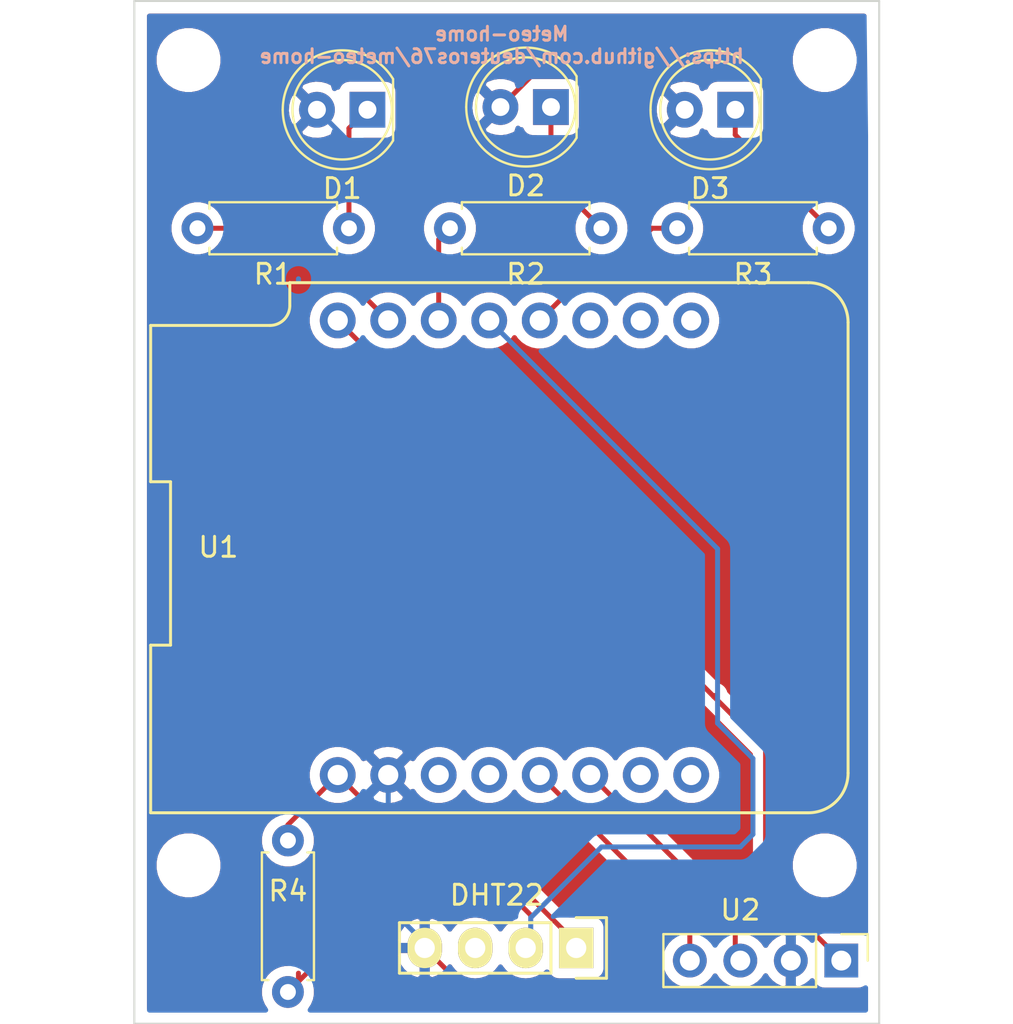
<source format=kicad_pcb>
(kicad_pcb (version 20171130) (host pcbnew 5.1.7-5.1.7)

  (general
    (thickness 1.6)
    (drawings 5)
    (tracks 73)
    (zones 0)
    (modules 14)
    (nets 21)
  )

  (page A4)
  (layers
    (0 F.Cu signal)
    (31 B.Cu signal)
    (32 B.Adhes user)
    (33 F.Adhes user)
    (34 B.Paste user)
    (35 F.Paste user)
    (36 B.SilkS user)
    (37 F.SilkS user)
    (38 B.Mask user hide)
    (39 F.Mask user hide)
    (40 Dwgs.User user)
    (41 Cmts.User user)
    (42 Eco1.User user)
    (43 Eco2.User user)
    (44 Edge.Cuts user)
    (45 Margin user)
    (46 B.CrtYd user)
    (47 F.CrtYd user)
    (48 B.Fab user)
    (49 F.Fab user)
  )

  (setup
    (last_trace_width 0.25)
    (trace_clearance 0.3)
    (zone_clearance 0.508)
    (zone_45_only no)
    (trace_min 0.2)
    (via_size 0.8)
    (via_drill 0.4)
    (via_min_size 0.4)
    (via_min_drill 0.3)
    (uvia_size 0.3)
    (uvia_drill 0.1)
    (uvias_allowed no)
    (uvia_min_size 0.2)
    (uvia_min_drill 0.1)
    (edge_width 0.05)
    (segment_width 0.2)
    (pcb_text_width 0.3)
    (pcb_text_size 1.5 1.5)
    (mod_edge_width 0.12)
    (mod_text_size 1 1)
    (mod_text_width 0.15)
    (pad_size 1.524 1.524)
    (pad_drill 0.762)
    (pad_to_mask_clearance 0)
    (aux_axis_origin 0 0)
    (visible_elements FFFFFF7F)
    (pcbplotparams
      (layerselection 0x010fc_ffffffff)
      (usegerberextensions false)
      (usegerberattributes false)
      (usegerberadvancedattributes false)
      (creategerberjobfile true)
      (excludeedgelayer true)
      (linewidth 0.100000)
      (plotframeref false)
      (viasonmask false)
      (mode 1)
      (useauxorigin false)
      (hpglpennumber 1)
      (hpglpenspeed 20)
      (hpglpendiameter 15.000000)
      (psnegative false)
      (psa4output false)
      (plotreference true)
      (plotvalue true)
      (plotinvisibletext false)
      (padsonsilk false)
      (subtractmaskfromsilk false)
      (outputformat 1)
      (mirror false)
      (drillshape 0)
      (scaleselection 1)
      (outputdirectory "gerber/"))
  )

  (net 0 "")
  (net 1 "Net-(R1-Pad2)")
  (net 2 "Net-(R3-Pad2)")
  (net 3 "Net-(D1-Pad1)")
  (net 4 "Net-(D3-Pad1)")
  (net 5 "Net-(R4-Pad2)")
  (net 6 "Net-(U1-Pad13)")
  (net 7 "Net-(U1-Pad14)")
  (net 8 "Net-(TH1-Pad3)")
  (net 9 "Net-(U1-Pad11)")
  (net 10 "Net-(U1-Pad12)")
  (net 11 "Net-(U1-Pad3)")
  (net 12 "Net-(U1-Pad2)")
  (net 13 "Net-(U1-Pad15)")
  (net 14 "Net-(U1-Pad1)")
  (net 15 "Net-(U1-Pad16)")
  (net 16 "Net-(D2-Pad1)")
  (net 17 "Net-(R2-Pad2)")
  (net 18 /5V)
  (net 19 /GND)
  (net 20 /3.3V)

  (net_class Default "This is the default net class."
    (clearance 0.3)
    (trace_width 0.25)
    (via_dia 0.8)
    (via_drill 0.4)
    (uvia_dia 0.3)
    (uvia_drill 0.1)
    (add_net /3.3V)
    (add_net /5V)
    (add_net /GND)
    (add_net "Net-(D1-Pad1)")
    (add_net "Net-(D2-Pad1)")
    (add_net "Net-(D3-Pad1)")
    (add_net "Net-(R1-Pad2)")
    (add_net "Net-(R2-Pad2)")
    (add_net "Net-(R3-Pad2)")
    (add_net "Net-(R4-Pad2)")
    (add_net "Net-(TH1-Pad3)")
    (add_net "Net-(U1-Pad1)")
    (add_net "Net-(U1-Pad11)")
    (add_net "Net-(U1-Pad12)")
    (add_net "Net-(U1-Pad13)")
    (add_net "Net-(U1-Pad14)")
    (add_net "Net-(U1-Pad15)")
    (add_net "Net-(U1-Pad16)")
    (add_net "Net-(U1-Pad2)")
    (add_net "Net-(U1-Pad3)")
  )

  (net_class PWR ""
    (clearance 0.3)
    (trace_width 0.4)
    (via_dia 0.8)
    (via_drill 0.4)
    (uvia_dia 0.3)
    (uvia_drill 0.1)
  )

  (module Mounting_Holes:MountingHole_2.2mm_M2 (layer F.Cu) (tedit 56D1B4CB) (tstamp 5F838466)
    (at 139.5 52.5)
    (descr "Mounting Hole 2.2mm, no annular, M2")
    (tags "mounting hole 2.2mm no annular m2")
    (attr virtual)
    (fp_text reference REF** (at 0 -3.2) (layer F.SilkS) hide
      (effects (font (size 1 1) (thickness 0.15)))
    )
    (fp_text value MountingHole_2.2mm_M2 (at 0 3.2) (layer F.Fab)
      (effects (font (size 1 1) (thickness 0.15)))
    )
    (fp_circle (center 0 0) (end 2.45 0) (layer F.CrtYd) (width 0.05))
    (fp_circle (center 0 0) (end 2.2 0) (layer Cmts.User) (width 0.15))
    (fp_text user %R (at 0.3 0) (layer F.Fab)
      (effects (font (size 1 1) (thickness 0.15)))
    )
    (pad 1 np_thru_hole circle (at 0 0) (size 2.2 2.2) (drill 2.2) (layers *.Cu *.Mask))
  )

  (module Mounting_Holes:MountingHole_2.2mm_M2 (layer F.Cu) (tedit 56D1B4CB) (tstamp 5F837D88)
    (at 139.5 93)
    (descr "Mounting Hole 2.2mm, no annular, M2")
    (tags "mounting hole 2.2mm no annular m2")
    (attr virtual)
    (fp_text reference REF** (at 0 -3.2) (layer F.SilkS) hide
      (effects (font (size 1 1) (thickness 0.15)))
    )
    (fp_text value MountingHole_2.2mm_M2 (at 0 3.2) (layer F.Fab)
      (effects (font (size 1 1) (thickness 0.15)))
    )
    (fp_circle (center 0 0) (end 2.45 0) (layer F.CrtYd) (width 0.05))
    (fp_circle (center 0 0) (end 2.2 0) (layer Cmts.User) (width 0.15))
    (fp_text user %R (at 0.3 0) (layer F.Fab)
      (effects (font (size 1 1) (thickness 0.15)))
    )
    (pad 1 np_thru_hole circle (at 0 0) (size 2.2 2.2) (drill 2.2) (layers *.Cu *.Mask))
  )

  (module Mounting_Holes:MountingHole_2.2mm_M2 (layer F.Cu) (tedit 56D1B4CB) (tstamp 5F837C6B)
    (at 107.5 93)
    (descr "Mounting Hole 2.2mm, no annular, M2")
    (tags "mounting hole 2.2mm no annular m2")
    (attr virtual)
    (fp_text reference REF** (at 0 -3.2) (layer F.SilkS) hide
      (effects (font (size 1 1) (thickness 0.15)))
    )
    (fp_text value MountingHole_2.2mm_M2 (at 0 3.2) (layer F.Fab)
      (effects (font (size 1 1) (thickness 0.15)))
    )
    (fp_circle (center 0 0) (end 2.45 0) (layer F.CrtYd) (width 0.05))
    (fp_circle (center 0 0) (end 2.2 0) (layer Cmts.User) (width 0.15))
    (fp_text user %R (at 0.3 0) (layer F.Fab)
      (effects (font (size 1 1) (thickness 0.15)))
    )
    (pad 1 np_thru_hole circle (at 0 0) (size 2.2 2.2) (drill 2.2) (layers *.Cu *.Mask))
  )

  (module Mounting_Holes:MountingHole_2.2mm_M2 (layer F.Cu) (tedit 56D1B4CB) (tstamp 5F837B46)
    (at 107.5 52.5)
    (descr "Mounting Hole 2.2mm, no annular, M2")
    (tags "mounting hole 2.2mm no annular m2")
    (attr virtual)
    (fp_text reference REF** (at 0 -3.2) (layer F.SilkS) hide
      (effects (font (size 1 1) (thickness 0.15)))
    )
    (fp_text value MountingHole_2.2mm_M2 (at 0 3.2) (layer F.Fab)
      (effects (font (size 1 1) (thickness 0.15)))
    )
    (fp_circle (center 0 0) (end 2.45 0) (layer F.CrtYd) (width 0.05))
    (fp_circle (center 0 0) (end 2.2 0) (layer Cmts.User) (width 0.15))
    (fp_text user %R (at 0.3 0) (layer F.Fab)
      (effects (font (size 1 1) (thickness 0.15)))
    )
    (pad 1 np_thru_hole circle (at 0 0) (size 2.2 2.2) (drill 2.2) (layers *.Cu *.Mask))
  )

  (module wemos-d1-mini:wemos-d1-mini-with-pin-header (layer F.Cu) (tedit 5EC772B1) (tstamp 5F7F7CA0)
    (at 123.895001 77.027025)
    (path /5F79E0BA)
    (fp_text reference U1 (at -14.895001 -0.027025 180) (layer F.SilkS)
      (effects (font (size 1 1) (thickness 0.15)))
    )
    (fp_text value WeMos_D1_mini (at 0 0) (layer F.Fab)
      (effects (font (size 1 1) (thickness 0.15)))
    )
    (fp_line (start -18.46 -11.33) (end -12.48 -11.33) (layer F.CrtYd) (width 0.05))
    (fp_line (start -11.48 -13.5) (end -11.48 -12.33) (layer F.CrtYd) (width 0.05))
    (fp_line (start -11.3 -13.33) (end -11.3 -13.33) (layer F.SilkS) (width 0.15))
    (fp_line (start -11.3 -12.17) (end -11.3 -13.33) (layer F.SilkS) (width 0.15))
    (fp_line (start -18.3 -11.18) (end -12.3 -11.18) (layer F.SilkS) (width 0.15))
    (fp_line (start -18.46 13.5) (end -18.46 -11.33) (layer F.CrtYd) (width 0.05))
    (fp_line (start 14.94 13.5) (end -18.46 13.5) (layer F.CrtYd) (width 0.05))
    (fp_line (start 16.94 -11.5) (end 16.94 11.5) (layer F.CrtYd) (width 0.05))
    (fp_line (start -11.48 -13.5) (end 14.85 -13.5) (layer F.CrtYd) (width 0.05))
    (fp_line (start -18.3 4.9) (end -18.3 13.329999) (layer F.SilkS) (width 0.15))
    (fp_line (start -17.3 4.9) (end -18.3 4.9) (layer F.SilkS) (width 0.15))
    (fp_line (start -17.3 -3.32) (end -17.3 4.9) (layer F.SilkS) (width 0.15))
    (fp_line (start -18.3 -3.32) (end -17.3 -3.32) (layer F.SilkS) (width 0.15))
    (fp_line (start -18.3 -11.18) (end -18.3 -3.32) (layer F.SilkS) (width 0.15))
    (fp_line (start 14.78 -13.33) (end -11.3 -13.33) (layer F.SilkS) (width 0.15))
    (fp_line (start 16.78 11.33) (end 16.78 -11.33) (layer F.SilkS) (width 0.15))
    (fp_line (start -18.3 13.33) (end 14.78 13.33) (layer F.SilkS) (width 0.15))
    (fp_arc (start 14.78 -11.33) (end 14.78 -13.33) (angle 90) (layer F.SilkS) (width 0.15))
    (fp_arc (start 14.78 11.33) (end 16.78 11.33) (angle 90) (layer F.SilkS) (width 0.15))
    (fp_arc (start 14.94 11.5) (end 16.94 11.5) (angle 90) (layer F.CrtYd) (width 0.05))
    (fp_arc (start 14.94 -11.5) (end 14.85 -13.5) (angle 92.57657183) (layer F.CrtYd) (width 0.05))
    (fp_arc (start -12.3 -12.18) (end -11.3 -12.18) (angle 90) (layer F.SilkS) (width 0.15))
    (fp_arc (start -12.48 -12.33) (end -11.48 -12.33) (angle 90) (layer F.CrtYd) (width 0.05))
    (pad 8 thru_hole circle (at -8.89 -11.43) (size 1.8 1.8) (drill 1.016) (layers *.Cu *.Mask)
      (net 20 /3.3V))
    (pad 9 thru_hole circle (at -8.89 11.43) (size 1.8 1.8) (drill 1.016) (layers *.Cu *.Mask)
      (net 18 /5V))
    (pad 7 thru_hole circle (at -6.35 -11.43) (size 1.8 1.8) (drill 1.016) (layers *.Cu *.Mask)
      (net 1 "Net-(R1-Pad2)"))
    (pad 10 thru_hole circle (at -6.35 11.43) (size 1.8 1.8) (drill 1.016) (layers *.Cu *.Mask)
      (net 19 /GND))
    (pad 6 thru_hole circle (at -3.81 -11.43) (size 1.8 1.8) (drill 1.016) (layers *.Cu *.Mask)
      (net 17 "Net-(R2-Pad2)"))
    (pad 11 thru_hole circle (at -3.81 11.43) (size 1.8 1.8) (drill 1.016) (layers *.Cu *.Mask)
      (net 9 "Net-(U1-Pad11)"))
    (pad 5 thru_hole circle (at -1.27 -11.43) (size 1.8 1.8) (drill 1.016) (layers *.Cu *.Mask)
      (net 5 "Net-(R4-Pad2)"))
    (pad 12 thru_hole circle (at -1.27 11.43) (size 1.8 1.8) (drill 1.016) (layers *.Cu *.Mask)
      (net 10 "Net-(U1-Pad12)"))
    (pad 4 thru_hole circle (at 1.27 -11.43) (size 1.8 1.8) (drill 1.016) (layers *.Cu *.Mask)
      (net 2 "Net-(R3-Pad2)"))
    (pad 13 thru_hole circle (at 1.27 11.43) (size 1.8 1.8) (drill 1.016) (layers *.Cu *.Mask)
      (net 6 "Net-(U1-Pad13)"))
    (pad 3 thru_hole circle (at 3.81 -11.43) (size 1.8 1.8) (drill 1.016) (layers *.Cu *.Mask)
      (net 11 "Net-(U1-Pad3)"))
    (pad 14 thru_hole circle (at 3.81 11.43) (size 1.8 1.8) (drill 1.016) (layers *.Cu *.Mask)
      (net 7 "Net-(U1-Pad14)"))
    (pad 2 thru_hole circle (at 6.35 -11.43) (size 1.8 1.8) (drill 1.016) (layers *.Cu *.Mask)
      (net 12 "Net-(U1-Pad2)"))
    (pad 15 thru_hole circle (at 6.35 11.43) (size 1.8 1.8) (drill 1.016) (layers *.Cu *.Mask)
      (net 13 "Net-(U1-Pad15)"))
    (pad 1 thru_hole circle (at 8.89 -11.43) (size 1.8 1.8) (drill 1.016) (layers *.Cu *.Mask)
      (net 14 "Net-(U1-Pad1)"))
    (pad 16 thru_hole circle (at 8.89 11.43) (size 1.8 1.8) (drill 1.016) (layers *.Cu *.Mask)
      (net 15 "Net-(U1-Pad16)"))
    (model ${KIPRJMOD}/3dshapes/wemos_d1_mini.3dshapes/d1_mini_shield.wrl
      (offset (xyz -17.9 -12.8 5.1))
      (scale (xyz 0.3937 0.3937 0.3937))
      (rotate (xyz 0 0 90))
    )
    (model ${KIPRJMOD}/3dshapes/wemos_d1_mini.3dshapes/TSW-108-05-G-S.wrl
      (offset (xyz 0 -11.39999982878918 2.599999960951919))
      (scale (xyz 0.3937 0.3937 0.3937))
      (rotate (xyz 90 0 0))
    )
    (model ${KIPRJMOD}/3dshapes/wemos_d1_mini.3dshapes/TSW-108-05-G-S.wrl
      (offset (xyz 0 11.39999982878918 2.599999960951919))
      (scale (xyz 0.3937 0.3937 0.3937))
      (rotate (xyz 90 0 0))
    )
    (model ${KISYS3DMOD}/wemos_d1_mini.3dshapes/d1_mini_shield.wrl
      (offset (xyz -17.75 12.5 6))
      (scale (xyz 0.39 0.39 0.39))
      (rotate (xyz 0 0 90))
    )
    (model ${KISYS3DMOD}/wemos_d1_mini.3dshapes/TSW-108-05-G-S.wrl
      (offset (xyz 0 -11.5 3.5))
      (scale (xyz 0.39 0.39 0.39))
      (rotate (xyz -90 0 0))
    )
    (model ${KISYS3DMOD}/wemos_d1_mini.3dshapes/SLW-108-01-G-S.wrl
      (offset (xyz -0.5 -11.5 -0.5))
      (scale (xyz 0.39 0.39 0.39))
      (rotate (xyz -90 0 0))
    )
    (model ${KISYS3DMOD}/wemos_d1_mini.3dshapes/TSW-108-05-G-S.wrl
      (offset (xyz 0 11.25 3.5))
      (scale (xyz 0.39 0.39 0.39))
      (rotate (xyz -90 0 0))
    )
    (model ${KISYS3DMOD}/wemos_d1_mini.3dshapes/SLW-108-01-G-S.wrl
      (offset (xyz 0 11.25 0))
      (scale (xyz 0.39 0.39 0.39))
      (rotate (xyz -90 0 0))
    )
  )

  (module Sensors:DHT22_Temperature_Humidity (layer F.Cu) (tedit 570580B0) (tstamp 5F80D663)
    (at 123.19 97.155 180)
    (path /5F79E2BA)
    (fp_text reference DHT22 (at 0.19 2.655) (layer F.SilkS)
      (effects (font (size 1 1) (thickness 0.15)))
    )
    (fp_text value DHT22_Temperature_Humidity (at 0 5.445) (layer F.Fab)
      (effects (font (size 1 1) (thickness 0.15)))
    )
    (fp_line (start -2.54 1.27) (end -2.54 -1.27) (layer F.SilkS) (width 0.15))
    (fp_line (start 5.08 1.27) (end -2.54 1.27) (layer F.SilkS) (width 0.15))
    (fp_line (start 5.08 -1.27) (end 5.08 1.27) (layer F.SilkS) (width 0.15))
    (fp_line (start -2.54 -1.27) (end 5.08 -1.27) (layer F.SilkS) (width 0.15))
    (fp_line (start -5.334 1.524) (end -3.81 1.524) (layer F.SilkS) (width 0.15))
    (fp_line (start -5.334 -1.524) (end -5.334 1.524) (layer F.SilkS) (width 0.15))
    (fp_line (start -3.81 -1.524) (end -5.334 -1.524) (layer F.SilkS) (width 0.15))
    (fp_line (start -7.62 4.3) (end 7.62 4.3) (layer B.CrtYd) (width 0.15))
    (fp_line (start -7.62 -3.3) (end -7.62 4.3) (layer B.CrtYd) (width 0.15))
    (fp_line (start 7.62 -3.3) (end 7.62 4.3) (layer B.CrtYd) (width 0.15))
    (fp_line (start -7.62 -3.3) (end 7.62 -3.3) (layer B.CrtYd) (width 0.15))
    (fp_line (start -7.62 -2) (end 7.62 -2) (layer B.CrtYd) (width 0.15))
    (pad 1 thru_hole rect (at -3.81 0 270) (size 2.032 1.7272) (drill 1.016) (layers *.Cu *.Mask F.SilkS)
      (net 18 /5V))
    (pad 2 thru_hole oval (at -1.27 0 270) (size 2.032 1.7272) (drill 1.016) (layers *.Cu *.Mask F.SilkS)
      (net 5 "Net-(R4-Pad2)"))
    (pad 3 thru_hole oval (at 1.27 0 270) (size 2.032 1.7272) (drill 1.016) (layers *.Cu *.Mask F.SilkS)
      (net 8 "Net-(TH1-Pad3)"))
    (pad 4 thru_hole oval (at 3.81 0 270) (size 2.032 1.7272) (drill 1.016) (layers *.Cu *.Mask F.SilkS)
      (net 19 /GND))
    (model ${KISYS3DMOD}/Connector_PinSocket_2.54mm.3dshapes/PinSocket_1x04_P2.54mm_Vertical.wrl
      (offset (xyz 3.75 0 0))
      (scale (xyz 1 1 1))
      (rotate (xyz 0 0 90))
    )
  )

  (module LEDs:LED_D5.0mm (layer F.Cu) (tedit 5995936A) (tstamp 5F838335)
    (at 116.5 55 180)
    (descr "LED, diameter 5.0mm, 2 pins, http://cdn-reichelt.de/documents/datenblatt/A500/LL-504BC2E-009.pdf")
    (tags "LED diameter 5.0mm 2 pins")
    (path /5F7E20CE)
    (fp_text reference D1 (at 1.27 -3.96) (layer F.SilkS)
      (effects (font (size 1 1) (thickness 0.15)))
    )
    (fp_text value Red (at 1.27 3.96) (layer F.Fab)
      (effects (font (size 1 1) (thickness 0.15)))
    )
    (fp_line (start 4.5 -3.25) (end -1.95 -3.25) (layer F.CrtYd) (width 0.05))
    (fp_line (start 4.5 3.25) (end 4.5 -3.25) (layer F.CrtYd) (width 0.05))
    (fp_line (start -1.95 3.25) (end 4.5 3.25) (layer F.CrtYd) (width 0.05))
    (fp_line (start -1.95 -3.25) (end -1.95 3.25) (layer F.CrtYd) (width 0.05))
    (fp_line (start -1.29 -1.545) (end -1.29 1.545) (layer F.SilkS) (width 0.12))
    (fp_line (start -1.23 -1.469694) (end -1.23 1.469694) (layer F.Fab) (width 0.1))
    (fp_circle (center 1.27 0) (end 3.77 0) (layer F.SilkS) (width 0.12))
    (fp_circle (center 1.27 0) (end 3.77 0) (layer F.Fab) (width 0.1))
    (fp_text user %R (at 1.25 0) (layer F.Fab)
      (effects (font (size 0.8 0.8) (thickness 0.2)))
    )
    (fp_arc (start 1.27 0) (end -1.29 1.54483) (angle -148.9) (layer F.SilkS) (width 0.12))
    (fp_arc (start 1.27 0) (end -1.29 -1.54483) (angle 148.9) (layer F.SilkS) (width 0.12))
    (fp_arc (start 1.27 0) (end -1.23 -1.469694) (angle 299.1) (layer F.Fab) (width 0.1))
    (pad 2 thru_hole circle (at 2.54 0 180) (size 1.8 1.8) (drill 0.9) (layers *.Cu *.Mask)
      (net 19 /GND))
    (pad 1 thru_hole rect (at 0 0 180) (size 1.8 1.8) (drill 0.9) (layers *.Cu *.Mask)
      (net 3 "Net-(D1-Pad1)"))
    (model ${KISYS3DMOD}/LEDs.3dshapes/LED_D5.0mm.wrl
      (at (xyz 0 0 0))
      (scale (xyz 0.393701 0.393701 0.393701))
      (rotate (xyz 0 0 0))
    )
    (model ${KISYS3DMOD}/LED_THT.3dshapes/LED_D5.0mm_Clear.step
      (at (xyz 0 0 0))
      (scale (xyz 1 1 1))
      (rotate (xyz 0 0 0))
    )
  )

  (module LEDs:LED_D5.0mm (layer F.Cu) (tedit 5995936A) (tstamp 5F817033)
    (at 125.73 54.864 180)
    (descr "LED, diameter 5.0mm, 2 pins, http://cdn-reichelt.de/documents/datenblatt/A500/LL-504BC2E-009.pdf")
    (tags "LED diameter 5.0mm 2 pins")
    (path /5F7E21B5)
    (fp_text reference D2 (at 1.27 -3.96) (layer F.SilkS)
      (effects (font (size 1 1) (thickness 0.15)))
    )
    (fp_text value Yellow (at 1.27 3.96) (layer F.Fab)
      (effects (font (size 1 1) (thickness 0.15)))
    )
    (fp_circle (center 1.27 0) (end 3.77 0) (layer F.Fab) (width 0.1))
    (fp_circle (center 1.27 0) (end 3.77 0) (layer F.SilkS) (width 0.12))
    (fp_line (start -1.23 -1.469694) (end -1.23 1.469694) (layer F.Fab) (width 0.1))
    (fp_line (start -1.29 -1.545) (end -1.29 1.545) (layer F.SilkS) (width 0.12))
    (fp_line (start -1.95 -3.25) (end -1.95 3.25) (layer F.CrtYd) (width 0.05))
    (fp_line (start -1.95 3.25) (end 4.5 3.25) (layer F.CrtYd) (width 0.05))
    (fp_line (start 4.5 3.25) (end 4.5 -3.25) (layer F.CrtYd) (width 0.05))
    (fp_line (start 4.5 -3.25) (end -1.95 -3.25) (layer F.CrtYd) (width 0.05))
    (fp_arc (start 1.27 0) (end -1.23 -1.469694) (angle 299.1) (layer F.Fab) (width 0.1))
    (fp_arc (start 1.27 0) (end -1.29 -1.54483) (angle 148.9) (layer F.SilkS) (width 0.12))
    (fp_arc (start 1.27 0) (end -1.29 1.54483) (angle -148.9) (layer F.SilkS) (width 0.12))
    (fp_text user %R (at 1.25 0) (layer F.Fab)
      (effects (font (size 0.8 0.8) (thickness 0.2)))
    )
    (pad 1 thru_hole rect (at 0 0 180) (size 1.8 1.8) (drill 0.9) (layers *.Cu *.Mask)
      (net 16 "Net-(D2-Pad1)"))
    (pad 2 thru_hole circle (at 2.54 0 180) (size 1.8 1.8) (drill 0.9) (layers *.Cu *.Mask)
      (net 19 /GND))
    (model ${KISYS3DMOD}/LEDs.3dshapes/LED_D5.0mm.wrl
      (at (xyz 0 0 0))
      (scale (xyz 0.393701 0.393701 0.393701))
      (rotate (xyz 0 0 0))
    )
    (model ${KISYS3DMOD}/LED_THT.3dshapes/LED_D5.0mm_Clear.step
      (at (xyz 0 0 0))
      (scale (xyz 1 1 1))
      (rotate (xyz 0 0 0))
    )
  )

  (module LEDs:LED_D5.0mm (layer F.Cu) (tedit 5995936A) (tstamp 5F817044)
    (at 135 55 180)
    (descr "LED, diameter 5.0mm, 2 pins, http://cdn-reichelt.de/documents/datenblatt/A500/LL-504BC2E-009.pdf")
    (tags "LED diameter 5.0mm 2 pins")
    (path /5F7E21E7)
    (fp_text reference D3 (at 1.27 -3.96) (layer F.SilkS)
      (effects (font (size 1 1) (thickness 0.15)))
    )
    (fp_text value Green (at 1.27 3.96) (layer F.Fab)
      (effects (font (size 1 1) (thickness 0.15)))
    )
    (fp_line (start 4.5 -3.25) (end -1.95 -3.25) (layer F.CrtYd) (width 0.05))
    (fp_line (start 4.5 3.25) (end 4.5 -3.25) (layer F.CrtYd) (width 0.05))
    (fp_line (start -1.95 3.25) (end 4.5 3.25) (layer F.CrtYd) (width 0.05))
    (fp_line (start -1.95 -3.25) (end -1.95 3.25) (layer F.CrtYd) (width 0.05))
    (fp_line (start -1.29 -1.545) (end -1.29 1.545) (layer F.SilkS) (width 0.12))
    (fp_line (start -1.23 -1.469694) (end -1.23 1.469694) (layer F.Fab) (width 0.1))
    (fp_circle (center 1.27 0) (end 3.77 0) (layer F.SilkS) (width 0.12))
    (fp_circle (center 1.27 0) (end 3.77 0) (layer F.Fab) (width 0.1))
    (fp_text user %R (at 1.25 0) (layer F.Fab)
      (effects (font (size 0.8 0.8) (thickness 0.2)))
    )
    (fp_arc (start 1.27 0) (end -1.29 1.54483) (angle -148.9) (layer F.SilkS) (width 0.12))
    (fp_arc (start 1.27 0) (end -1.29 -1.54483) (angle 148.9) (layer F.SilkS) (width 0.12))
    (fp_arc (start 1.27 0) (end -1.23 -1.469694) (angle 299.1) (layer F.Fab) (width 0.1))
    (pad 2 thru_hole circle (at 2.54 0 180) (size 1.8 1.8) (drill 0.9) (layers *.Cu *.Mask)
      (net 19 /GND))
    (pad 1 thru_hole rect (at 0 0 180) (size 1.8 1.8) (drill 0.9) (layers *.Cu *.Mask)
      (net 4 "Net-(D3-Pad1)"))
    (model ${KISYS3DMOD}/LEDs.3dshapes/LED_D5.0mm.wrl
      (at (xyz 0 0 0))
      (scale (xyz 0.393701 0.393701 0.393701))
      (rotate (xyz 0 0 0))
    )
    (model ${KISYS3DMOD}/LED_THT.3dshapes/LED_D5.0mm_Clear.step
      (at (xyz 0 0 0))
      (scale (xyz 1 1 1))
      (rotate (xyz 0 0 0))
    )
  )

  (module Resistors_THT:R_Axial_DIN0207_L6.3mm_D2.5mm_P7.62mm_Horizontal (layer F.Cu) (tedit 5874F706) (tstamp 5F81B13F)
    (at 115.57 60.96 180)
    (descr "Resistor, Axial_DIN0207 series, Axial, Horizontal, pin pitch=7.62mm, 0.25W = 1/4W, length*diameter=6.3*2.5mm^2, http://cdn-reichelt.de/documents/datenblatt/B400/1_4W%23YAG.pdf")
    (tags "Resistor Axial_DIN0207 series Axial Horizontal pin pitch 7.62mm 0.25W = 1/4W length 6.3mm diameter 2.5mm")
    (path /5F7E333C)
    (fp_text reference R1 (at 3.81 -2.31) (layer F.SilkS)
      (effects (font (size 1 1) (thickness 0.15)))
    )
    (fp_text value 160 (at 3.81 2.31) (layer F.Fab)
      (effects (font (size 1 1) (thickness 0.15)))
    )
    (fp_line (start 0.66 -1.25) (end 0.66 1.25) (layer F.Fab) (width 0.1))
    (fp_line (start 0.66 1.25) (end 6.96 1.25) (layer F.Fab) (width 0.1))
    (fp_line (start 6.96 1.25) (end 6.96 -1.25) (layer F.Fab) (width 0.1))
    (fp_line (start 6.96 -1.25) (end 0.66 -1.25) (layer F.Fab) (width 0.1))
    (fp_line (start 0 0) (end 0.66 0) (layer F.Fab) (width 0.1))
    (fp_line (start 7.62 0) (end 6.96 0) (layer F.Fab) (width 0.1))
    (fp_line (start 0.6 -0.98) (end 0.6 -1.31) (layer F.SilkS) (width 0.12))
    (fp_line (start 0.6 -1.31) (end 7.02 -1.31) (layer F.SilkS) (width 0.12))
    (fp_line (start 7.02 -1.31) (end 7.02 -0.98) (layer F.SilkS) (width 0.12))
    (fp_line (start 0.6 0.98) (end 0.6 1.31) (layer F.SilkS) (width 0.12))
    (fp_line (start 0.6 1.31) (end 7.02 1.31) (layer F.SilkS) (width 0.12))
    (fp_line (start 7.02 1.31) (end 7.02 0.98) (layer F.SilkS) (width 0.12))
    (fp_line (start -1.05 -1.6) (end -1.05 1.6) (layer F.CrtYd) (width 0.05))
    (fp_line (start -1.05 1.6) (end 8.7 1.6) (layer F.CrtYd) (width 0.05))
    (fp_line (start 8.7 1.6) (end 8.7 -1.6) (layer F.CrtYd) (width 0.05))
    (fp_line (start 8.7 -1.6) (end -1.05 -1.6) (layer F.CrtYd) (width 0.05))
    (pad 2 thru_hole oval (at 7.62 0 180) (size 1.6 1.6) (drill 0.8) (layers *.Cu *.Mask)
      (net 1 "Net-(R1-Pad2)"))
    (pad 1 thru_hole circle (at 0 0 180) (size 1.6 1.6) (drill 0.8) (layers *.Cu *.Mask)
      (net 3 "Net-(D1-Pad1)"))
    (model ${KISYS3DMOD}/Resistors_THT.3dshapes/R_Axial_DIN0207_L6.3mm_D2.5mm_P7.62mm_Horizontal.wrl
      (at (xyz 0 0 0))
      (scale (xyz 0.393701 0.393701 0.393701))
      (rotate (xyz 0 0 0))
    )
    (model ${KISYS3DMOD}/Resistor_THT.3dshapes/R_Axial_DIN0207_L6.3mm_D2.5mm_P7.62mm_Horizontal.wrl
      (at (xyz 0 0 0))
      (scale (xyz 1 1 1))
      (rotate (xyz 0 0 0))
    )
  )

  (module Resistors_THT:R_Axial_DIN0207_L6.3mm_D2.5mm_P7.62mm_Horizontal (layer F.Cu) (tedit 5874F706) (tstamp 5F81B154)
    (at 139.7 60.96 180)
    (descr "Resistor, Axial_DIN0207 series, Axial, Horizontal, pin pitch=7.62mm, 0.25W = 1/4W, length*diameter=6.3*2.5mm^2, http://cdn-reichelt.de/documents/datenblatt/B400/1_4W%23YAG.pdf")
    (tags "Resistor Axial_DIN0207 series Axial Horizontal pin pitch 7.62mm 0.25W = 1/4W length 6.3mm diameter 2.5mm")
    (path /5F7E33D8)
    (fp_text reference R3 (at 3.81 -2.31) (layer F.SilkS)
      (effects (font (size 1 1) (thickness 0.15)))
    )
    (fp_text value 90 (at 3.81 2.31) (layer F.Fab)
      (effects (font (size 1 1) (thickness 0.15)))
    )
    (fp_line (start 8.7 -1.6) (end -1.05 -1.6) (layer F.CrtYd) (width 0.05))
    (fp_line (start 8.7 1.6) (end 8.7 -1.6) (layer F.CrtYd) (width 0.05))
    (fp_line (start -1.05 1.6) (end 8.7 1.6) (layer F.CrtYd) (width 0.05))
    (fp_line (start -1.05 -1.6) (end -1.05 1.6) (layer F.CrtYd) (width 0.05))
    (fp_line (start 7.02 1.31) (end 7.02 0.98) (layer F.SilkS) (width 0.12))
    (fp_line (start 0.6 1.31) (end 7.02 1.31) (layer F.SilkS) (width 0.12))
    (fp_line (start 0.6 0.98) (end 0.6 1.31) (layer F.SilkS) (width 0.12))
    (fp_line (start 7.02 -1.31) (end 7.02 -0.98) (layer F.SilkS) (width 0.12))
    (fp_line (start 0.6 -1.31) (end 7.02 -1.31) (layer F.SilkS) (width 0.12))
    (fp_line (start 0.6 -0.98) (end 0.6 -1.31) (layer F.SilkS) (width 0.12))
    (fp_line (start 7.62 0) (end 6.96 0) (layer F.Fab) (width 0.1))
    (fp_line (start 0 0) (end 0.66 0) (layer F.Fab) (width 0.1))
    (fp_line (start 6.96 -1.25) (end 0.66 -1.25) (layer F.Fab) (width 0.1))
    (fp_line (start 6.96 1.25) (end 6.96 -1.25) (layer F.Fab) (width 0.1))
    (fp_line (start 0.66 1.25) (end 6.96 1.25) (layer F.Fab) (width 0.1))
    (fp_line (start 0.66 -1.25) (end 0.66 1.25) (layer F.Fab) (width 0.1))
    (pad 1 thru_hole circle (at 0 0 180) (size 1.6 1.6) (drill 0.8) (layers *.Cu *.Mask)
      (net 4 "Net-(D3-Pad1)"))
    (pad 2 thru_hole oval (at 7.62 0 180) (size 1.6 1.6) (drill 0.8) (layers *.Cu *.Mask)
      (net 2 "Net-(R3-Pad2)"))
    (model ${KISYS3DMOD}/Resistors_THT.3dshapes/R_Axial_DIN0207_L6.3mm_D2.5mm_P7.62mm_Horizontal.wrl
      (at (xyz 0 0 0))
      (scale (xyz 0.393701 0.393701 0.393701))
      (rotate (xyz 0 0 0))
    )
    (model ${KISYS3DMOD}/Resistor_THT.3dshapes/R_Axial_DIN0207_L6.3mm_D2.5mm_P7.62mm_Horizontal.wrl
      (at (xyz 0 0 0))
      (scale (xyz 1 1 1))
      (rotate (xyz 0 0 0))
    )
  )

  (module Resistors_THT:R_Axial_DIN0207_L6.3mm_D2.5mm_P7.62mm_Horizontal (layer F.Cu) (tedit 5874F706) (tstamp 5F81B169)
    (at 112.5 91.75 270)
    (descr "Resistor, Axial_DIN0207 series, Axial, Horizontal, pin pitch=7.62mm, 0.25W = 1/4W, length*diameter=6.3*2.5mm^2, http://cdn-reichelt.de/documents/datenblatt/B400/1_4W%23YAG.pdf")
    (tags "Resistor Axial_DIN0207 series Axial Horizontal pin pitch 7.62mm 0.25W = 1/4W length 6.3mm diameter 2.5mm")
    (path /5F7E3096)
    (fp_text reference R4 (at 2.54 0 180) (layer F.SilkS)
      (effects (font (size 1 1) (thickness 0.15)))
    )
    (fp_text value 10K (at 3.81 2.31 90) (layer F.Fab)
      (effects (font (size 1 1) (thickness 0.15)))
    )
    (fp_line (start 0.66 -1.25) (end 0.66 1.25) (layer F.Fab) (width 0.1))
    (fp_line (start 0.66 1.25) (end 6.96 1.25) (layer F.Fab) (width 0.1))
    (fp_line (start 6.96 1.25) (end 6.96 -1.25) (layer F.Fab) (width 0.1))
    (fp_line (start 6.96 -1.25) (end 0.66 -1.25) (layer F.Fab) (width 0.1))
    (fp_line (start 0 0) (end 0.66 0) (layer F.Fab) (width 0.1))
    (fp_line (start 7.62 0) (end 6.96 0) (layer F.Fab) (width 0.1))
    (fp_line (start 0.6 -0.98) (end 0.6 -1.31) (layer F.SilkS) (width 0.12))
    (fp_line (start 0.6 -1.31) (end 7.02 -1.31) (layer F.SilkS) (width 0.12))
    (fp_line (start 7.02 -1.31) (end 7.02 -0.98) (layer F.SilkS) (width 0.12))
    (fp_line (start 0.6 0.98) (end 0.6 1.31) (layer F.SilkS) (width 0.12))
    (fp_line (start 0.6 1.31) (end 7.02 1.31) (layer F.SilkS) (width 0.12))
    (fp_line (start 7.02 1.31) (end 7.02 0.98) (layer F.SilkS) (width 0.12))
    (fp_line (start -1.05 -1.6) (end -1.05 1.6) (layer F.CrtYd) (width 0.05))
    (fp_line (start -1.05 1.6) (end 8.7 1.6) (layer F.CrtYd) (width 0.05))
    (fp_line (start 8.7 1.6) (end 8.7 -1.6) (layer F.CrtYd) (width 0.05))
    (fp_line (start 8.7 -1.6) (end -1.05 -1.6) (layer F.CrtYd) (width 0.05))
    (pad 2 thru_hole oval (at 7.62 0 270) (size 1.6 1.6) (drill 0.8) (layers *.Cu *.Mask)
      (net 5 "Net-(R4-Pad2)"))
    (pad 1 thru_hole circle (at 0 0 270) (size 1.6 1.6) (drill 0.8) (layers *.Cu *.Mask)
      (net 18 /5V))
    (model ${KISYS3DMOD}/Resistors_THT.3dshapes/R_Axial_DIN0207_L6.3mm_D2.5mm_P7.62mm_Horizontal.wrl
      (at (xyz 0 0 0))
      (scale (xyz 0.393701 0.393701 0.393701))
      (rotate (xyz 0 0 0))
    )
    (model ${KISYS3DMOD}/Resistor_THT.3dshapes/R_Axial_DIN0207_L6.3mm_D2.5mm_P7.62mm_Horizontal.wrl
      (at (xyz 0 0 0))
      (scale (xyz 1 1 1))
      (rotate (xyz 0 0 0))
    )
  )

  (module Resistors_THT:R_Axial_DIN0207_L6.3mm_D2.5mm_P7.62mm_Horizontal (layer F.Cu) (tedit 5874F706) (tstamp 5F81B38A)
    (at 128.27 60.96 180)
    (descr "Resistor, Axial_DIN0207 series, Axial, Horizontal, pin pitch=7.62mm, 0.25W = 1/4W, length*diameter=6.3*2.5mm^2, http://cdn-reichelt.de/documents/datenblatt/B400/1_4W%23YAG.pdf")
    (tags "Resistor Axial_DIN0207 series Axial Horizontal pin pitch 7.62mm 0.25W = 1/4W length 6.3mm diameter 2.5mm")
    (path /5F822937)
    (fp_text reference R2 (at 3.81 -2.31) (layer F.SilkS)
      (effects (font (size 1 1) (thickness 0.15)))
    )
    (fp_text value 160 (at 3.81 2.31) (layer F.Fab)
      (effects (font (size 1 1) (thickness 0.15)))
    )
    (fp_line (start 0.66 -1.25) (end 0.66 1.25) (layer F.Fab) (width 0.1))
    (fp_line (start 0.66 1.25) (end 6.96 1.25) (layer F.Fab) (width 0.1))
    (fp_line (start 6.96 1.25) (end 6.96 -1.25) (layer F.Fab) (width 0.1))
    (fp_line (start 6.96 -1.25) (end 0.66 -1.25) (layer F.Fab) (width 0.1))
    (fp_line (start 0 0) (end 0.66 0) (layer F.Fab) (width 0.1))
    (fp_line (start 7.62 0) (end 6.96 0) (layer F.Fab) (width 0.1))
    (fp_line (start 0.6 -0.98) (end 0.6 -1.31) (layer F.SilkS) (width 0.12))
    (fp_line (start 0.6 -1.31) (end 7.02 -1.31) (layer F.SilkS) (width 0.12))
    (fp_line (start 7.02 -1.31) (end 7.02 -0.98) (layer F.SilkS) (width 0.12))
    (fp_line (start 0.6 0.98) (end 0.6 1.31) (layer F.SilkS) (width 0.12))
    (fp_line (start 0.6 1.31) (end 7.02 1.31) (layer F.SilkS) (width 0.12))
    (fp_line (start 7.02 1.31) (end 7.02 0.98) (layer F.SilkS) (width 0.12))
    (fp_line (start -1.05 -1.6) (end -1.05 1.6) (layer F.CrtYd) (width 0.05))
    (fp_line (start -1.05 1.6) (end 8.7 1.6) (layer F.CrtYd) (width 0.05))
    (fp_line (start 8.7 1.6) (end 8.7 -1.6) (layer F.CrtYd) (width 0.05))
    (fp_line (start 8.7 -1.6) (end -1.05 -1.6) (layer F.CrtYd) (width 0.05))
    (pad 2 thru_hole oval (at 7.62 0 180) (size 1.6 1.6) (drill 0.8) (layers *.Cu *.Mask)
      (net 17 "Net-(R2-Pad2)"))
    (pad 1 thru_hole circle (at 0 0 180) (size 1.6 1.6) (drill 0.8) (layers *.Cu *.Mask)
      (net 16 "Net-(D2-Pad1)"))
    (model ${KISYS3DMOD}/Resistors_THT.3dshapes/R_Axial_DIN0207_L6.3mm_D2.5mm_P7.62mm_Horizontal.wrl
      (at (xyz 0 0 0))
      (scale (xyz 0.393701 0.393701 0.393701))
      (rotate (xyz 0 0 0))
    )
    (model ${KISYS3DMOD}/Resistor_THT.3dshapes/R_Axial_DIN0207_L6.3mm_D2.5mm_P7.62mm_Horizontal.wrl
      (at (xyz 0 0 0))
      (scale (xyz 1 1 1))
      (rotate (xyz 0 0 0))
    )
  )

  (module Pin_Headers:Pin_Header_Straight_1x04_Pitch2.54mm (layer F.Cu) (tedit 59650532) (tstamp 5F831DCC)
    (at 140.335 97.79 270)
    (descr "Through hole straight pin header, 1x04, 2.54mm pitch, single row")
    (tags "Through hole pin header THT 1x04 2.54mm single row")
    (path /5F84C63D)
    (fp_text reference U2 (at -2.54 5.08 180) (layer F.SilkS)
      (effects (font (size 1 1) (thickness 0.15)))
    )
    (fp_text value SGP30 (at 0 9.95 90) (layer F.Fab)
      (effects (font (size 1 1) (thickness 0.15)))
    )
    (fp_line (start -0.635 -1.27) (end 1.27 -1.27) (layer F.Fab) (width 0.1))
    (fp_line (start 1.27 -1.27) (end 1.27 8.89) (layer F.Fab) (width 0.1))
    (fp_line (start 1.27 8.89) (end -1.27 8.89) (layer F.Fab) (width 0.1))
    (fp_line (start -1.27 8.89) (end -1.27 -0.635) (layer F.Fab) (width 0.1))
    (fp_line (start -1.27 -0.635) (end -0.635 -1.27) (layer F.Fab) (width 0.1))
    (fp_line (start -1.33 8.95) (end 1.33 8.95) (layer F.SilkS) (width 0.12))
    (fp_line (start -1.33 1.27) (end -1.33 8.95) (layer F.SilkS) (width 0.12))
    (fp_line (start 1.33 1.27) (end 1.33 8.95) (layer F.SilkS) (width 0.12))
    (fp_line (start -1.33 1.27) (end 1.33 1.27) (layer F.SilkS) (width 0.12))
    (fp_line (start -1.33 0) (end -1.33 -1.33) (layer F.SilkS) (width 0.12))
    (fp_line (start -1.33 -1.33) (end 0 -1.33) (layer F.SilkS) (width 0.12))
    (fp_line (start -1.8 -1.8) (end -1.8 9.4) (layer F.CrtYd) (width 0.05))
    (fp_line (start -1.8 9.4) (end 1.8 9.4) (layer F.CrtYd) (width 0.05))
    (fp_line (start 1.8 9.4) (end 1.8 -1.8) (layer F.CrtYd) (width 0.05))
    (fp_line (start 1.8 -1.8) (end -1.8 -1.8) (layer F.CrtYd) (width 0.05))
    (fp_text user %R (at 0 3.81) (layer F.Fab)
      (effects (font (size 1 1) (thickness 0.15)))
    )
    (pad 4 thru_hole oval (at 0 7.62 270) (size 1.7 1.7) (drill 1) (layers *.Cu *.Mask)
      (net 6 "Net-(U1-Pad13)"))
    (pad 3 thru_hole oval (at 0 5.08 270) (size 1.7 1.7) (drill 1) (layers *.Cu *.Mask)
      (net 7 "Net-(U1-Pad14)"))
    (pad 2 thru_hole oval (at 0 2.54 270) (size 1.7 1.7) (drill 1) (layers *.Cu *.Mask)
      (net 19 /GND))
    (pad 1 thru_hole rect (at 0 0 270) (size 1.7 1.7) (drill 1) (layers *.Cu *.Mask)
      (net 20 /3.3V))
    (model ${KISYS3DMOD}/Pin_Headers.3dshapes/Pin_Header_Straight_1x04_Pitch2.54mm.wrl
      (at (xyz 0 0 0))
      (scale (xyz 1 1 1))
      (rotate (xyz 0 0 0))
    )
    (model ${KISYS3DMOD}/Connector_PinSocket_2.54mm.3dshapes/PinSocket_1x04_P2.54mm_Vertical.wrl
      (at (xyz 0 0 0))
      (scale (xyz 1 1 1))
      (rotate (xyz 0 0 0))
    )
  )

  (gr_text "Meteo-home\nhttps://github.com/deuteros76/meteo-home" (at 123.25 51.75) (layer B.SilkS)
    (effects (font (size 0.7 0.7) (thickness 0.15)) (justify mirror))
  )
  (gr_line (start 142.24 49.53) (end 142.24 100.965) (layer Edge.Cuts) (width 0.1))
  (gr_line (start 104.775 49.53) (end 142.24 49.53) (layer Edge.Cuts) (width 0.1))
  (gr_line (start 104.775 100.965) (end 104.775 49.53) (layer Edge.Cuts) (width 0.1))
  (gr_line (start 142.24 100.965) (end 104.775 100.965) (layer Edge.Cuts) (width 0.1))

  (segment (start 113.03 63.5) (end 113.03 63.622024) (width 0.25) (layer B.Cu) (net 0))
  (segment (start 112.907976 60.96) (end 107.95 60.96) (width 0.25) (layer F.Cu) (net 1))
  (segment (start 117.545001 65.597025) (end 112.907976 60.96) (width 0.25) (layer F.Cu) (net 1))
  (segment (start 132.08 60.96) (end 130.81 60.96) (width 0.25) (layer F.Cu) (net 2))
  (segment (start 130.81 60.96) (end 128.27 63.5) (width 0.25) (layer F.Cu) (net 2))
  (segment (start 127.262026 63.5) (end 125.165001 65.597025) (width 0.25) (layer F.Cu) (net 2))
  (segment (start 128.27 63.5) (end 127.262026 63.5) (width 0.25) (layer F.Cu) (net 2))
  (segment (start 115.57 55.93) (end 116.5 55) (width 0.25) (layer F.Cu) (net 3))
  (segment (start 115.57 60.96) (end 115.57 55.93) (width 0.25) (layer F.Cu) (net 3))
  (segment (start 135 56.26) (end 139.7 60.96) (width 0.25) (layer F.Cu) (net 4))
  (segment (start 135 55) (end 135 56.26) (width 0.25) (layer F.Cu) (net 4))
  (segment (start 124.714 95.504) (end 123.825 94.615) (width 0.25) (layer F.Cu) (net 5))
  (segment (start 124.714 97.155) (end 124.714 95.504) (width 0.25) (layer F.Cu) (net 5))
  (segment (start 128.27 92.075) (end 124.714 95.631) (width 0.25) (layer B.Cu) (net 5))
  (segment (start 134.110002 77.082026) (end 134.110002 85.850002) (width 0.25) (layer B.Cu) (net 5))
  (segment (start 134.110002 85.850002) (end 135.89 87.63) (width 0.25) (layer B.Cu) (net 5))
  (segment (start 124.714 95.631) (end 124.714 97.155) (width 0.25) (layer B.Cu) (net 5))
  (segment (start 122.625001 65.597025) (end 134.110002 77.082026) (width 0.25) (layer B.Cu) (net 5))
  (segment (start 135.89 91.44) (end 135.255 92.075) (width 0.25) (layer B.Cu) (net 5))
  (segment (start 135.89 87.63) (end 135.89 91.44) (width 0.25) (layer B.Cu) (net 5))
  (segment (start 135.255 92.075) (end 128.27 92.075) (width 0.25) (layer B.Cu) (net 5))
  (segment (start 113.03 99.695) (end 113.03 98.425) (width 0.25) (layer F.Cu) (net 5))
  (segment (start 117.255 94.615) (end 117.615 94.615) (width 0.25) (layer F.Cu) (net 5))
  (segment (start 117.255 94.615) (end 116.935 94.935) (width 0.25) (layer F.Cu) (net 5))
  (segment (start 123.825 94.615) (end 117.255 94.615) (width 0.25) (layer F.Cu) (net 5))
  (segment (start 112.5 99.37) (end 116.935 94.935) (width 0.25) (layer F.Cu) (net 5))
  (segment (start 125.165001 88.457025) (end 132.461 95.753024) (width 0.25) (layer F.Cu) (net 6))
  (segment (start 132.715 96.007024) (end 132.461 95.753024) (width 0.25) (layer F.Cu) (net 6))
  (segment (start 132.715 97.79) (end 132.715 96.007024) (width 0.25) (layer F.Cu) (net 6))
  (segment (start 127.705001 88.457025) (end 135.001 95.753024) (width 0.25) (layer F.Cu) (net 7))
  (segment (start 135.001 97.536) (end 135.255 97.79) (width 0.25) (layer F.Cu) (net 7))
  (segment (start 135.001 95.753024) (end 135.001 97.536) (width 0.25) (layer F.Cu) (net 7))
  (segment (start 125.984 54.864) (end 125.984 54.991) (width 0.25) (layer F.Cu) (net 16))
  (segment (start 125.73 58.42) (end 128.27 60.96) (width 0.25) (layer F.Cu) (net 16))
  (segment (start 125.73 54.864) (end 125.73 58.42) (width 0.25) (layer F.Cu) (net 16))
  (segment (start 120.085001 61.524999) (end 120.65 60.96) (width 0.25) (layer F.Cu) (net 17))
  (segment (start 120.085001 65.597025) (end 120.085001 61.524999) (width 0.25) (layer F.Cu) (net 17))
  (segment (start 127.254 97.155) (end 123.952 93.853) (width 0.25) (layer F.Cu) (net 18))
  (segment (start 123.952 93.853) (end 123.914001 93.815001) (width 0.25) (layer F.Cu) (net 18))
  (segment (start 112.5 90.962026) (end 112.5 91.75) (width 0.25) (layer F.Cu) (net 18))
  (segment (start 115.005001 88.457025) (end 112.5 90.962026) (width 0.25) (layer F.Cu) (net 18))
  (segment (start 115.005001 88.457025) (end 118.547976 92) (width 0.25) (layer F.Cu) (net 18))
  (segment (start 118.547976 92) (end 122.099 92) (width 0.25) (layer F.Cu) (net 18))
  (segment (start 122.099 92) (end 122.6745 92.5755) (width 0.25) (layer F.Cu) (net 18))
  (segment (start 122.174 92.075) (end 122.6745 92.5755) (width 0.25) (layer F.Cu) (net 18))
  (segment (start 122.6745 92.5755) (end 123.952 93.853) (width 0.25) (layer F.Cu) (net 18))
  (segment (start 117.545001 95.066001) (end 119.634 97.155) (width 0.25) (layer B.Cu) (net 19))
  (segment (start 117.545001 88.457025) (end 117.545001 95.066001) (width 0.25) (layer B.Cu) (net 19))
  (segment (start 120.396 52.07) (end 123.19 54.864) (width 0.25) (layer F.Cu) (net 19))
  (segment (start 111.76 82.672024) (end 117.545001 88.457025) (width 0.25) (layer B.Cu) (net 19))
  (segment (start 111.76 66.04) (end 111.76 82.672024) (width 0.25) (layer B.Cu) (net 19))
  (segment (start 114.3 63.5) (end 111.76 66.04) (width 0.25) (layer B.Cu) (net 19))
  (segment (start 118.364 59.831002) (end 118.11 60.085002) (width 0.25) (layer B.Cu) (net 19))
  (segment (start 123.19 54.864) (end 118.364 59.69) (width 0.25) (layer B.Cu) (net 19))
  (segment (start 118.364 59.69) (end 118.364 59.831002) (width 0.25) (layer B.Cu) (net 19))
  (segment (start 118.11 62.23) (end 116.84 63.5) (width 0.25) (layer B.Cu) (net 19))
  (segment (start 116.84 63.5) (end 114.3 63.5) (width 0.25) (layer B.Cu) (net 19))
  (segment (start 137.16 99.695) (end 121.92 99.695) (width 0.25) (layer F.Cu) (net 19))
  (segment (start 137.795 97.79) (end 137.795 99.06) (width 0.25) (layer F.Cu) (net 19))
  (segment (start 121.92 99.695) (end 119.38 97.155) (width 0.25) (layer F.Cu) (net 19))
  (segment (start 137.795 99.06) (end 137.16 99.695) (width 0.25) (layer F.Cu) (net 19))
  (segment (start 125.984 52.07) (end 123.19 54.864) (width 0.25) (layer F.Cu) (net 19))
  (segment (start 129.53 52.07) (end 132.46 55) (width 0.25) (layer F.Cu) (net 19))
  (segment (start 125.984 52.07) (end 129.53 52.07) (width 0.25) (layer F.Cu) (net 19))
  (segment (start 118.11 59.15) (end 118.11 60.39) (width 0.25) (layer B.Cu) (net 19))
  (segment (start 113.96 55) (end 118.11 59.15) (width 0.25) (layer B.Cu) (net 19))
  (segment (start 118.11 60.085002) (end 118.11 60.39) (width 0.25) (layer B.Cu) (net 19))
  (segment (start 118.11 60.39) (end 118.11 62.23) (width 0.25) (layer B.Cu) (net 19))
  (segment (start 133.923988 84.516012) (end 133.985 84.455) (width 0.25) (layer F.Cu) (net 20))
  (segment (start 133.923988 84.516012) (end 115.005001 65.597025) (width 0.25) (layer F.Cu) (net 20))
  (segment (start 133.923988 84.516012) (end 136.525 87.117024) (width 0.25) (layer F.Cu) (net 20))
  (segment (start 136.525 93.98) (end 140.335 97.79) (width 0.25) (layer F.Cu) (net 20))
  (segment (start 136.525 87.117024) (end 136.525 93.98) (width 0.25) (layer F.Cu) (net 20))

  (zone (net 19) (net_name /GND) (layer B.Cu) (tstamp 5F839A22) (hatch edge 0.508)
    (connect_pads (clearance 0.508))
    (min_thickness 0.254)
    (fill yes (arc_segments 32) (thermal_gap 0.508) (thermal_bridge_width 0.508))
    (polygon
      (pts
        (xy 142.24 100.965) (xy 105.41 100.965) (xy 105.41 50.165) (xy 141.605 50.165)
      )
    )
    (filled_polygon
      (pts
        (xy 141.555 56.325771) (xy 141.555001 96.422189) (xy 141.539494 96.409463) (xy 141.42918 96.350498) (xy 141.309482 96.314188)
        (xy 141.185 96.301928) (xy 139.485 96.301928) (xy 139.360518 96.314188) (xy 139.24082 96.350498) (xy 139.130506 96.409463)
        (xy 139.033815 96.488815) (xy 138.954463 96.585506) (xy 138.895498 96.69582) (xy 138.871034 96.776466) (xy 138.795269 96.692412)
        (xy 138.56192 96.518359) (xy 138.299099 96.393175) (xy 138.15189 96.348524) (xy 137.922 96.469845) (xy 137.922 97.663)
        (xy 137.942 97.663) (xy 137.942 97.917) (xy 137.922 97.917) (xy 137.922 99.110155) (xy 138.15189 99.231476)
        (xy 138.299099 99.186825) (xy 138.56192 99.061641) (xy 138.795269 98.887588) (xy 138.871034 98.803534) (xy 138.895498 98.88418)
        (xy 138.954463 98.994494) (xy 139.033815 99.091185) (xy 139.130506 99.170537) (xy 139.24082 99.229502) (xy 139.360518 99.265812)
        (xy 139.485 99.278072) (xy 141.185 99.278072) (xy 141.309482 99.265812) (xy 141.42918 99.229502) (xy 141.539494 99.170537)
        (xy 141.555001 99.157811) (xy 141.555001 100.28) (xy 113.617817 100.28) (xy 113.77168 100.049727) (xy 113.879853 99.788574)
        (xy 113.935 99.511335) (xy 113.935 99.228665) (xy 113.879853 98.951426) (xy 113.77168 98.690273) (xy 113.614637 98.455241)
        (xy 113.414759 98.255363) (xy 113.179727 98.09832) (xy 112.918574 97.990147) (xy 112.641335 97.935) (xy 112.358665 97.935)
        (xy 112.081426 97.990147) (xy 111.820273 98.09832) (xy 111.585241 98.255363) (xy 111.385363 98.455241) (xy 111.22832 98.690273)
        (xy 111.120147 98.951426) (xy 111.065 99.228665) (xy 111.065 99.511335) (xy 111.120147 99.788574) (xy 111.22832 100.049727)
        (xy 111.382183 100.28) (xy 105.537 100.28) (xy 105.537 97.516914) (xy 117.894815 97.516914) (xy 117.964227 97.802633)
        (xy 118.088046 98.069321) (xy 118.261514 98.306729) (xy 118.477965 98.505733) (xy 118.729081 98.658686) (xy 119.005211 98.759709)
        (xy 119.020974 98.762358) (xy 119.253 98.641217) (xy 119.253 97.282) (xy 118.039075 97.282) (xy 117.894815 97.516914)
        (xy 105.537 97.516914) (xy 105.537 96.793086) (xy 117.894815 96.793086) (xy 118.039075 97.028) (xy 119.253 97.028)
        (xy 119.253 95.668783) (xy 119.020974 95.547642) (xy 119.005211 95.550291) (xy 118.729081 95.651314) (xy 118.477965 95.804267)
        (xy 118.261514 96.003271) (xy 118.088046 96.240679) (xy 117.964227 96.507367) (xy 117.894815 96.793086) (xy 105.537 96.793086)
        (xy 105.537 92.829117) (xy 105.765 92.829117) (xy 105.765 93.170883) (xy 105.831675 93.506081) (xy 105.962463 93.821831)
        (xy 106.152337 94.105998) (xy 106.394002 94.347663) (xy 106.678169 94.537537) (xy 106.993919 94.668325) (xy 107.329117 94.735)
        (xy 107.670883 94.735) (xy 108.006081 94.668325) (xy 108.321831 94.537537) (xy 108.605998 94.347663) (xy 108.847663 94.105998)
        (xy 109.037537 93.821831) (xy 109.168325 93.506081) (xy 109.235 93.170883) (xy 109.235 92.829117) (xy 109.168325 92.493919)
        (xy 109.037537 92.178169) (xy 108.847663 91.894002) (xy 108.605998 91.652337) (xy 108.540639 91.608665) (xy 111.065 91.608665)
        (xy 111.065 91.891335) (xy 111.120147 92.168574) (xy 111.22832 92.429727) (xy 111.385363 92.664759) (xy 111.585241 92.864637)
        (xy 111.820273 93.02168) (xy 112.081426 93.129853) (xy 112.358665 93.185) (xy 112.641335 93.185) (xy 112.918574 93.129853)
        (xy 113.179727 93.02168) (xy 113.414759 92.864637) (xy 113.614637 92.664759) (xy 113.77168 92.429727) (xy 113.879853 92.168574)
        (xy 113.935 91.891335) (xy 113.935 91.608665) (xy 113.879853 91.331426) (xy 113.77168 91.070273) (xy 113.614637 90.835241)
        (xy 113.414759 90.635363) (xy 113.179727 90.47832) (xy 112.918574 90.370147) (xy 112.641335 90.315) (xy 112.358665 90.315)
        (xy 112.081426 90.370147) (xy 111.820273 90.47832) (xy 111.585241 90.635363) (xy 111.385363 90.835241) (xy 111.22832 91.070273)
        (xy 111.120147 91.331426) (xy 111.065 91.608665) (xy 108.540639 91.608665) (xy 108.321831 91.462463) (xy 108.006081 91.331675)
        (xy 107.670883 91.265) (xy 107.329117 91.265) (xy 106.993919 91.331675) (xy 106.678169 91.462463) (xy 106.394002 91.652337)
        (xy 106.152337 91.894002) (xy 105.962463 92.178169) (xy 105.831675 92.493919) (xy 105.765 92.829117) (xy 105.537 92.829117)
        (xy 105.537 88.305841) (xy 113.470001 88.305841) (xy 113.470001 88.608209) (xy 113.52899 88.904768) (xy 113.644702 89.18412)
        (xy 113.812689 89.43553) (xy 114.026496 89.649337) (xy 114.277906 89.817324) (xy 114.557258 89.933036) (xy 114.853817 89.992025)
        (xy 115.156185 89.992025) (xy 115.452744 89.933036) (xy 115.732096 89.817324) (xy 115.983506 89.649337) (xy 116.111738 89.521105)
        (xy 116.660526 89.521105) (xy 116.744209 89.775286) (xy 117.016776 89.906183) (xy 117.309643 89.98139) (xy 117.611554 89.998016)
        (xy 117.910908 89.955422) (xy 118.1962 89.855247) (xy 118.345793 89.775286) (xy 118.429476 89.521105) (xy 117.545001 88.63663)
        (xy 116.660526 89.521105) (xy 116.111738 89.521105) (xy 116.197313 89.43553) (xy 116.299952 89.28192) (xy 116.480921 89.3415)
        (xy 117.365396 88.457025) (xy 117.724606 88.457025) (xy 118.609081 89.3415) (xy 118.79005 89.28192) (xy 118.892689 89.43553)
        (xy 119.106496 89.649337) (xy 119.357906 89.817324) (xy 119.637258 89.933036) (xy 119.933817 89.992025) (xy 120.236185 89.992025)
        (xy 120.532744 89.933036) (xy 120.812096 89.817324) (xy 121.063506 89.649337) (xy 121.277313 89.43553) (xy 121.355001 89.319262)
        (xy 121.432689 89.43553) (xy 121.646496 89.649337) (xy 121.897906 89.817324) (xy 122.177258 89.933036) (xy 122.473817 89.992025)
        (xy 122.776185 89.992025) (xy 123.072744 89.933036) (xy 123.352096 89.817324) (xy 123.603506 89.649337) (xy 123.817313 89.43553)
        (xy 123.895001 89.319262) (xy 123.972689 89.43553) (xy 124.186496 89.649337) (xy 124.437906 89.817324) (xy 124.717258 89.933036)
        (xy 125.013817 89.992025) (xy 125.316185 89.992025) (xy 125.612744 89.933036) (xy 125.892096 89.817324) (xy 126.143506 89.649337)
        (xy 126.357313 89.43553) (xy 126.435001 89.319262) (xy 126.512689 89.43553) (xy 126.726496 89.649337) (xy 126.977906 89.817324)
        (xy 127.257258 89.933036) (xy 127.553817 89.992025) (xy 127.856185 89.992025) (xy 128.152744 89.933036) (xy 128.432096 89.817324)
        (xy 128.683506 89.649337) (xy 128.897313 89.43553) (xy 128.975001 89.319262) (xy 129.052689 89.43553) (xy 129.266496 89.649337)
        (xy 129.517906 89.817324) (xy 129.797258 89.933036) (xy 130.093817 89.992025) (xy 130.396185 89.992025) (xy 130.692744 89.933036)
        (xy 130.972096 89.817324) (xy 131.223506 89.649337) (xy 131.437313 89.43553) (xy 131.515001 89.319262) (xy 131.592689 89.43553)
        (xy 131.806496 89.649337) (xy 132.057906 89.817324) (xy 132.337258 89.933036) (xy 132.633817 89.992025) (xy 132.936185 89.992025)
        (xy 133.232744 89.933036) (xy 133.512096 89.817324) (xy 133.763506 89.649337) (xy 133.977313 89.43553) (xy 134.1453 89.18412)
        (xy 134.261012 88.904768) (xy 134.320001 88.608209) (xy 134.320001 88.305841) (xy 134.261012 88.009282) (xy 134.1453 87.72993)
        (xy 133.977313 87.47852) (xy 133.763506 87.264713) (xy 133.512096 87.096726) (xy 133.232744 86.981014) (xy 132.936185 86.922025)
        (xy 132.633817 86.922025) (xy 132.337258 86.981014) (xy 132.057906 87.096726) (xy 131.806496 87.264713) (xy 131.592689 87.47852)
        (xy 131.515001 87.594788) (xy 131.437313 87.47852) (xy 131.223506 87.264713) (xy 130.972096 87.096726) (xy 130.692744 86.981014)
        (xy 130.396185 86.922025) (xy 130.093817 86.922025) (xy 129.797258 86.981014) (xy 129.517906 87.096726) (xy 129.266496 87.264713)
        (xy 129.052689 87.47852) (xy 128.975001 87.594788) (xy 128.897313 87.47852) (xy 128.683506 87.264713) (xy 128.432096 87.096726)
        (xy 128.152744 86.981014) (xy 127.856185 86.922025) (xy 127.553817 86.922025) (xy 127.257258 86.981014) (xy 126.977906 87.096726)
        (xy 126.726496 87.264713) (xy 126.512689 87.47852) (xy 126.435001 87.594788) (xy 126.357313 87.47852) (xy 126.143506 87.264713)
        (xy 125.892096 87.096726) (xy 125.612744 86.981014) (xy 125.316185 86.922025) (xy 125.013817 86.922025) (xy 124.717258 86.981014)
        (xy 124.437906 87.096726) (xy 124.186496 87.264713) (xy 123.972689 87.47852) (xy 123.895001 87.594788) (xy 123.817313 87.47852)
        (xy 123.603506 87.264713) (xy 123.352096 87.096726) (xy 123.072744 86.981014) (xy 122.776185 86.922025) (xy 122.473817 86.922025)
        (xy 122.177258 86.981014) (xy 121.897906 87.096726) (xy 121.646496 87.264713) (xy 121.432689 87.47852) (xy 121.355001 87.594788)
        (xy 121.277313 87.47852) (xy 121.063506 87.264713) (xy 120.812096 87.096726) (xy 120.532744 86.981014) (xy 120.236185 86.922025)
        (xy 119.933817 86.922025) (xy 119.637258 86.981014) (xy 119.357906 87.096726) (xy 119.106496 87.264713) (xy 118.892689 87.47852)
        (xy 118.79005 87.63213) (xy 118.609081 87.57255) (xy 117.724606 88.457025) (xy 117.365396 88.457025) (xy 116.480921 87.57255)
        (xy 116.299952 87.63213) (xy 116.197313 87.47852) (xy 116.111738 87.392945) (xy 116.660526 87.392945) (xy 117.545001 88.27742)
        (xy 118.429476 87.392945) (xy 118.345793 87.138764) (xy 118.073226 87.007867) (xy 117.780359 86.93266) (xy 117.478448 86.916034)
        (xy 117.179094 86.958628) (xy 116.893802 87.058803) (xy 116.744209 87.138764) (xy 116.660526 87.392945) (xy 116.111738 87.392945)
        (xy 115.983506 87.264713) (xy 115.732096 87.096726) (xy 115.452744 86.981014) (xy 115.156185 86.922025) (xy 114.853817 86.922025)
        (xy 114.557258 86.981014) (xy 114.277906 87.096726) (xy 114.026496 87.264713) (xy 113.812689 87.47852) (xy 113.644702 87.72993)
        (xy 113.52899 88.009282) (xy 113.470001 88.305841) (xy 105.537 88.305841) (xy 105.537 65.445841) (xy 113.470001 65.445841)
        (xy 113.470001 65.748209) (xy 113.52899 66.044768) (xy 113.644702 66.32412) (xy 113.812689 66.57553) (xy 114.026496 66.789337)
        (xy 114.277906 66.957324) (xy 114.557258 67.073036) (xy 114.853817 67.132025) (xy 115.156185 67.132025) (xy 115.452744 67.073036)
        (xy 115.732096 66.957324) (xy 115.983506 66.789337) (xy 116.197313 66.57553) (xy 116.275001 66.459262) (xy 116.352689 66.57553)
        (xy 116.566496 66.789337) (xy 116.817906 66.957324) (xy 117.097258 67.073036) (xy 117.393817 67.132025) (xy 117.696185 67.132025)
        (xy 117.992744 67.073036) (xy 118.272096 66.957324) (xy 118.523506 66.789337) (xy 118.737313 66.57553) (xy 118.815001 66.459262)
        (xy 118.892689 66.57553) (xy 119.106496 66.789337) (xy 119.357906 66.957324) (xy 119.637258 67.073036) (xy 119.933817 67.132025)
        (xy 120.236185 67.132025) (xy 120.532744 67.073036) (xy 120.812096 66.957324) (xy 121.063506 66.789337) (xy 121.277313 66.57553)
        (xy 121.355001 66.459262) (xy 121.432689 66.57553) (xy 121.646496 66.789337) (xy 121.897906 66.957324) (xy 122.177258 67.073036)
        (xy 122.473817 67.132025) (xy 122.776185 67.132025) (xy 123.033931 67.080756) (xy 133.350002 77.396828) (xy 133.350003 85.81267)
        (xy 133.346326 85.850002) (xy 133.361 85.998987) (xy 133.404456 86.142248) (xy 133.475028 86.274278) (xy 133.546203 86.361004)
        (xy 133.570002 86.390003) (xy 133.599 86.413801) (xy 135.13 87.944802) (xy 135.130001 91.125197) (xy 134.940199 91.315)
        (xy 128.307322 91.315) (xy 128.269999 91.311324) (xy 128.232676 91.315) (xy 128.232667 91.315) (xy 128.121014 91.325997)
        (xy 127.977753 91.369454) (xy 127.845724 91.440026) (xy 127.845722 91.440027) (xy 127.845723 91.440027) (xy 127.758996 91.511201)
        (xy 127.758992 91.511205) (xy 127.729999 91.534999) (xy 127.706205 91.563992) (xy 124.203003 95.067196) (xy 124.173999 95.090999)
        (xy 124.118871 95.158174) (xy 124.079026 95.206724) (xy 124.008455 95.338753) (xy 124.008454 95.338754) (xy 123.964997 95.482015)
        (xy 123.954366 95.58995) (xy 123.883737 95.611375) (xy 123.623395 95.750531) (xy 123.395203 95.937803) (xy 123.207931 96.165994)
        (xy 123.19 96.199541) (xy 123.172069 96.165994) (xy 122.984797 95.937803) (xy 122.756606 95.750531) (xy 122.496264 95.611375)
        (xy 122.213777 95.525684) (xy 121.92 95.496749) (xy 121.626224 95.525684) (xy 121.343737 95.611375) (xy 121.083395 95.750531)
        (xy 120.855203 95.937803) (xy 120.667931 96.165994) (xy 120.646576 96.205947) (xy 120.498486 96.003271) (xy 120.282035 95.804267)
        (xy 120.030919 95.651314) (xy 119.754789 95.550291) (xy 119.739026 95.547642) (xy 119.507 95.668783) (xy 119.507 97.028)
        (xy 119.527 97.028) (xy 119.527 97.282) (xy 119.507 97.282) (xy 119.507 98.641217) (xy 119.739026 98.762358)
        (xy 119.754789 98.759709) (xy 120.030919 98.658686) (xy 120.282035 98.505733) (xy 120.498486 98.306729) (xy 120.646576 98.104053)
        (xy 120.667931 98.144005) (xy 120.855203 98.372197) (xy 121.083394 98.559469) (xy 121.343736 98.698625) (xy 121.626223 98.784316)
        (xy 121.92 98.813251) (xy 122.213776 98.784316) (xy 122.496263 98.698625) (xy 122.756605 98.559469) (xy 122.984797 98.372197)
        (xy 123.172069 98.144006) (xy 123.19 98.110459) (xy 123.207931 98.144005) (xy 123.395203 98.372197) (xy 123.623394 98.559469)
        (xy 123.883736 98.698625) (xy 124.166223 98.784316) (xy 124.46 98.813251) (xy 124.753776 98.784316) (xy 125.036263 98.698625)
        (xy 125.296605 98.559469) (xy 125.524797 98.372197) (xy 125.531414 98.364135) (xy 125.546898 98.41518) (xy 125.605863 98.525494)
        (xy 125.685215 98.622185) (xy 125.781906 98.701537) (xy 125.89222 98.760502) (xy 126.011918 98.796812) (xy 126.1364 98.809072)
        (xy 127.8636 98.809072) (xy 127.988082 98.796812) (xy 128.10778 98.760502) (xy 128.218094 98.701537) (xy 128.314785 98.622185)
        (xy 128.394137 98.525494) (xy 128.453102 98.41518) (xy 128.489412 98.295482) (xy 128.501672 98.171) (xy 128.501672 97.64374)
        (xy 131.23 97.64374) (xy 131.23 97.93626) (xy 131.287068 98.223158) (xy 131.39901 98.493411) (xy 131.561525 98.736632)
        (xy 131.768368 98.943475) (xy 132.011589 99.10599) (xy 132.281842 99.217932) (xy 132.56874 99.275) (xy 132.86126 99.275)
        (xy 133.148158 99.217932) (xy 133.418411 99.10599) (xy 133.661632 98.943475) (xy 133.868475 98.736632) (xy 133.985 98.56224)
        (xy 134.101525 98.736632) (xy 134.308368 98.943475) (xy 134.551589 99.10599) (xy 134.821842 99.217932) (xy 135.10874 99.275)
        (xy 135.40126 99.275) (xy 135.688158 99.217932) (xy 135.958411 99.10599) (xy 136.201632 98.943475) (xy 136.408475 98.736632)
        (xy 136.530195 98.554466) (xy 136.599822 98.671355) (xy 136.794731 98.887588) (xy 137.02808 99.061641) (xy 137.290901 99.186825)
        (xy 137.43811 99.231476) (xy 137.668 99.110155) (xy 137.668 97.917) (xy 137.648 97.917) (xy 137.648 97.663)
        (xy 137.668 97.663) (xy 137.668 96.469845) (xy 137.43811 96.348524) (xy 137.290901 96.393175) (xy 137.02808 96.518359)
        (xy 136.794731 96.692412) (xy 136.599822 96.908645) (xy 136.530195 97.025534) (xy 136.408475 96.843368) (xy 136.201632 96.636525)
        (xy 135.958411 96.47401) (xy 135.688158 96.362068) (xy 135.40126 96.305) (xy 135.10874 96.305) (xy 134.821842 96.362068)
        (xy 134.551589 96.47401) (xy 134.308368 96.636525) (xy 134.101525 96.843368) (xy 133.985 97.01776) (xy 133.868475 96.843368)
        (xy 133.661632 96.636525) (xy 133.418411 96.47401) (xy 133.148158 96.362068) (xy 132.86126 96.305) (xy 132.56874 96.305)
        (xy 132.281842 96.362068) (xy 132.011589 96.47401) (xy 131.768368 96.636525) (xy 131.561525 96.843368) (xy 131.39901 97.086589)
        (xy 131.287068 97.356842) (xy 131.23 97.64374) (xy 128.501672 97.64374) (xy 128.501672 96.139) (xy 128.489412 96.014518)
        (xy 128.453102 95.89482) (xy 128.394137 95.784506) (xy 128.314785 95.687815) (xy 128.218094 95.608463) (xy 128.10778 95.549498)
        (xy 127.988082 95.513188) (xy 127.8636 95.500928) (xy 126.1364 95.500928) (xy 126.011918 95.513188) (xy 125.89222 95.549498)
        (xy 125.845136 95.574665) (xy 128.584803 92.835) (xy 135.217678 92.835) (xy 135.255 92.838676) (xy 135.292322 92.835)
        (xy 135.292333 92.835) (xy 135.352063 92.829117) (xy 137.765 92.829117) (xy 137.765 93.170883) (xy 137.831675 93.506081)
        (xy 137.962463 93.821831) (xy 138.152337 94.105998) (xy 138.394002 94.347663) (xy 138.678169 94.537537) (xy 138.993919 94.668325)
        (xy 139.329117 94.735) (xy 139.670883 94.735) (xy 140.006081 94.668325) (xy 140.321831 94.537537) (xy 140.605998 94.347663)
        (xy 140.847663 94.105998) (xy 141.037537 93.821831) (xy 141.168325 93.506081) (xy 141.235 93.170883) (xy 141.235 92.829117)
        (xy 141.168325 92.493919) (xy 141.037537 92.178169) (xy 140.847663 91.894002) (xy 140.605998 91.652337) (xy 140.321831 91.462463)
        (xy 140.006081 91.331675) (xy 139.670883 91.265) (xy 139.329117 91.265) (xy 138.993919 91.331675) (xy 138.678169 91.462463)
        (xy 138.394002 91.652337) (xy 138.152337 91.894002) (xy 137.962463 92.178169) (xy 137.831675 92.493919) (xy 137.765 92.829117)
        (xy 135.352063 92.829117) (xy 135.403986 92.824003) (xy 135.547247 92.780546) (xy 135.679276 92.709974) (xy 135.795001 92.615001)
        (xy 135.818803 92.585998) (xy 136.401002 92.0038) (xy 136.430001 91.980001) (xy 136.524974 91.864276) (xy 136.595546 91.732247)
        (xy 136.639003 91.588986) (xy 136.65 91.477333) (xy 136.653677 91.44) (xy 136.65 91.402667) (xy 136.65 87.667322)
        (xy 136.653676 87.629999) (xy 136.65 87.592676) (xy 136.65 87.592667) (xy 136.639003 87.481014) (xy 136.595546 87.337753)
        (xy 136.524974 87.205724) (xy 136.430001 87.089999) (xy 136.401004 87.066202) (xy 134.870002 85.535201) (xy 134.870002 77.119348)
        (xy 134.873678 77.082025) (xy 134.870002 77.044702) (xy 134.870002 77.044693) (xy 134.859005 76.93304) (xy 134.815548 76.789779)
        (xy 134.744976 76.65775) (xy 134.650003 76.542025) (xy 134.621006 76.518228) (xy 125.234802 67.132025) (xy 125.316185 67.132025)
        (xy 125.612744 67.073036) (xy 125.892096 66.957324) (xy 126.143506 66.789337) (xy 126.357313 66.57553) (xy 126.435001 66.459262)
        (xy 126.512689 66.57553) (xy 126.726496 66.789337) (xy 126.977906 66.957324) (xy 127.257258 67.073036) (xy 127.553817 67.132025)
        (xy 127.856185 67.132025) (xy 128.152744 67.073036) (xy 128.432096 66.957324) (xy 128.683506 66.789337) (xy 128.897313 66.57553)
        (xy 128.975001 66.459262) (xy 129.052689 66.57553) (xy 129.266496 66.789337) (xy 129.517906 66.957324) (xy 129.797258 67.073036)
        (xy 130.093817 67.132025) (xy 130.396185 67.132025) (xy 130.692744 67.073036) (xy 130.972096 66.957324) (xy 131.223506 66.789337)
        (xy 131.437313 66.57553) (xy 131.515001 66.459262) (xy 131.592689 66.57553) (xy 131.806496 66.789337) (xy 132.057906 66.957324)
        (xy 132.337258 67.073036) (xy 132.633817 67.132025) (xy 132.936185 67.132025) (xy 133.232744 67.073036) (xy 133.512096 66.957324)
        (xy 133.763506 66.789337) (xy 133.977313 66.57553) (xy 134.1453 66.32412) (xy 134.261012 66.044768) (xy 134.320001 65.748209)
        (xy 134.320001 65.445841) (xy 134.261012 65.149282) (xy 134.1453 64.86993) (xy 133.977313 64.61852) (xy 133.763506 64.404713)
        (xy 133.512096 64.236726) (xy 133.232744 64.121014) (xy 132.936185 64.062025) (xy 132.633817 64.062025) (xy 132.337258 64.121014)
        (xy 132.057906 64.236726) (xy 131.806496 64.404713) (xy 131.592689 64.61852) (xy 131.515001 64.734788) (xy 131.437313 64.61852)
        (xy 131.223506 64.404713) (xy 130.972096 64.236726) (xy 130.692744 64.121014) (xy 130.396185 64.062025) (xy 130.093817 64.062025)
        (xy 129.797258 64.121014) (xy 129.517906 64.236726) (xy 129.266496 64.404713) (xy 129.052689 64.61852) (xy 128.975001 64.734788)
        (xy 128.897313 64.61852) (xy 128.683506 64.404713) (xy 128.432096 64.236726) (xy 128.152744 64.121014) (xy 127.856185 64.062025)
        (xy 127.553817 64.062025) (xy 127.257258 64.121014) (xy 126.977906 64.236726) (xy 126.726496 64.404713) (xy 126.512689 64.61852)
        (xy 126.435001 64.734788) (xy 126.357313 64.61852) (xy 126.143506 64.404713) (xy 125.892096 64.236726) (xy 125.612744 64.121014)
        (xy 125.316185 64.062025) (xy 125.013817 64.062025) (xy 124.717258 64.121014) (xy 124.437906 64.236726) (xy 124.186496 64.404713)
        (xy 123.972689 64.61852) (xy 123.895001 64.734788) (xy 123.817313 64.61852) (xy 123.603506 64.404713) (xy 123.352096 64.236726)
        (xy 123.072744 64.121014) (xy 122.776185 64.062025) (xy 122.473817 64.062025) (xy 122.177258 64.121014) (xy 121.897906 64.236726)
        (xy 121.646496 64.404713) (xy 121.432689 64.61852) (xy 121.355001 64.734788) (xy 121.277313 64.61852) (xy 121.063506 64.404713)
        (xy 120.812096 64.236726) (xy 120.532744 64.121014) (xy 120.236185 64.062025) (xy 119.933817 64.062025) (xy 119.637258 64.121014)
        (xy 119.357906 64.236726) (xy 119.106496 64.404713) (xy 118.892689 64.61852) (xy 118.815001 64.734788) (xy 118.737313 64.61852)
        (xy 118.523506 64.404713) (xy 118.272096 64.236726) (xy 117.992744 64.121014) (xy 117.696185 64.062025) (xy 117.393817 64.062025)
        (xy 117.097258 64.121014) (xy 116.817906 64.236726) (xy 116.566496 64.404713) (xy 116.352689 64.61852) (xy 116.275001 64.734788)
        (xy 116.197313 64.61852) (xy 115.983506 64.404713) (xy 115.732096 64.236726) (xy 115.452744 64.121014) (xy 115.156185 64.062025)
        (xy 114.853817 64.062025) (xy 114.557258 64.121014) (xy 114.277906 64.236726) (xy 114.026496 64.404713) (xy 113.812689 64.61852)
        (xy 113.644702 64.86993) (xy 113.52899 65.149282) (xy 113.470001 65.445841) (xy 105.537 65.445841) (xy 105.537 63.462668)
        (xy 112.27 63.462668) (xy 112.27 63.659357) (xy 112.280997 63.77101) (xy 112.324454 63.914271) (xy 112.395026 64.0463)
        (xy 112.489999 64.162025) (xy 112.605725 64.256998) (xy 112.737754 64.32757) (xy 112.881015 64.371027) (xy 113.03 64.385701)
        (xy 113.178986 64.371027) (xy 113.322247 64.32757) (xy 113.454276 64.256998) (xy 113.570001 64.162025) (xy 113.664974 64.0463)
        (xy 113.735546 63.91427) (xy 113.779003 63.771009) (xy 113.79 63.659356) (xy 113.79 63.462667) (xy 113.779003 63.351014)
        (xy 113.735546 63.207753) (xy 113.664974 63.075724) (xy 113.570001 62.959999) (xy 113.454275 62.865026) (xy 113.322246 62.794454)
        (xy 113.178985 62.750997) (xy 113.03 62.736323) (xy 112.881014 62.750997) (xy 112.737753 62.794454) (xy 112.605724 62.865026)
        (xy 112.489999 62.959999) (xy 112.395026 63.075725) (xy 112.324454 63.207754) (xy 112.280997 63.351015) (xy 112.27 63.462668)
        (xy 105.537 63.462668) (xy 105.537 60.818665) (xy 106.515 60.818665) (xy 106.515 61.101335) (xy 106.570147 61.378574)
        (xy 106.67832 61.639727) (xy 106.835363 61.874759) (xy 107.035241 62.074637) (xy 107.270273 62.23168) (xy 107.531426 62.339853)
        (xy 107.808665 62.395) (xy 108.091335 62.395) (xy 108.368574 62.339853) (xy 108.629727 62.23168) (xy 108.864759 62.074637)
        (xy 109.064637 61.874759) (xy 109.22168 61.639727) (xy 109.329853 61.378574) (xy 109.385 61.101335) (xy 109.385 60.818665)
        (xy 114.135 60.818665) (xy 114.135 61.101335) (xy 114.190147 61.378574) (xy 114.29832 61.639727) (xy 114.455363 61.874759)
        (xy 114.655241 62.074637) (xy 114.890273 62.23168) (xy 115.151426 62.339853) (xy 115.428665 62.395) (xy 115.711335 62.395)
        (xy 115.988574 62.339853) (xy 116.249727 62.23168) (xy 116.484759 62.074637) (xy 116.684637 61.874759) (xy 116.84168 61.639727)
        (xy 116.949853 61.378574) (xy 117.005 61.101335) (xy 117.005 60.818665) (xy 119.215 60.818665) (xy 119.215 61.101335)
        (xy 119.270147 61.378574) (xy 119.37832 61.639727) (xy 119.535363 61.874759) (xy 119.735241 62.074637) (xy 119.970273 62.23168)
        (xy 120.231426 62.339853) (xy 120.508665 62.395) (xy 120.791335 62.395) (xy 121.068574 62.339853) (xy 121.329727 62.23168)
        (xy 121.564759 62.074637) (xy 121.764637 61.874759) (xy 121.92168 61.639727) (xy 122.029853 61.378574) (xy 122.085 61.101335)
        (xy 122.085 60.818665) (xy 126.835 60.818665) (xy 126.835 61.101335) (xy 126.890147 61.378574) (xy 126.99832 61.639727)
        (xy 127.155363 61.874759) (xy 127.355241 62.074637) (xy 127.590273 62.23168) (xy 127.851426 62.339853) (xy 128.128665 62.395)
        (xy 128.411335 62.395) (xy 128.688574 62.339853) (xy 128.949727 62.23168) (xy 129.184759 62.074637) (xy 129.384637 61.874759)
        (xy 129.54168 61.639727) (xy 129.649853 61.378574) (xy 129.705 61.101335) (xy 129.705 60.818665) (xy 130.645 60.818665)
        (xy 130.645 61.101335) (xy 130.700147 61.378574) (xy 130.80832 61.639727) (xy 130.965363 61.874759) (xy 131.165241 62.074637)
        (xy 131.400273 62.23168) (xy 131.661426 62.339853) (xy 131.938665 62.395) (xy 132.221335 62.395) (xy 132.498574 62.339853)
        (xy 132.759727 62.23168) (xy 132.994759 62.074637) (xy 133.194637 61.874759) (xy 133.35168 61.639727) (xy 133.459853 61.378574)
        (xy 133.515 61.101335) (xy 133.515 60.818665) (xy 138.265 60.818665) (xy 138.265 61.101335) (xy 138.320147 61.378574)
        (xy 138.42832 61.639727) (xy 138.585363 61.874759) (xy 138.785241 62.074637) (xy 139.020273 62.23168) (xy 139.281426 62.339853)
        (xy 139.558665 62.395) (xy 139.841335 62.395) (xy 140.118574 62.339853) (xy 140.379727 62.23168) (xy 140.614759 62.074637)
        (xy 140.814637 61.874759) (xy 140.97168 61.639727) (xy 141.079853 61.378574) (xy 141.135 61.101335) (xy 141.135 60.818665)
        (xy 141.079853 60.541426) (xy 140.97168 60.280273) (xy 140.814637 60.045241) (xy 140.614759 59.845363) (xy 140.379727 59.68832)
        (xy 140.118574 59.580147) (xy 139.841335 59.525) (xy 139.558665 59.525) (xy 139.281426 59.580147) (xy 139.020273 59.68832)
        (xy 138.785241 59.845363) (xy 138.585363 60.045241) (xy 138.42832 60.280273) (xy 138.320147 60.541426) (xy 138.265 60.818665)
        (xy 133.515 60.818665) (xy 133.459853 60.541426) (xy 133.35168 60.280273) (xy 133.194637 60.045241) (xy 132.994759 59.845363)
        (xy 132.759727 59.68832) (xy 132.498574 59.580147) (xy 132.221335 59.525) (xy 131.938665 59.525) (xy 131.661426 59.580147)
        (xy 131.400273 59.68832) (xy 131.165241 59.845363) (xy 130.965363 60.045241) (xy 130.80832 60.280273) (xy 130.700147 60.541426)
        (xy 130.645 60.818665) (xy 129.705 60.818665) (xy 129.649853 60.541426) (xy 129.54168 60.280273) (xy 129.384637 60.045241)
        (xy 129.184759 59.845363) (xy 128.949727 59.68832) (xy 128.688574 59.580147) (xy 128.411335 59.525) (xy 128.128665 59.525)
        (xy 127.851426 59.580147) (xy 127.590273 59.68832) (xy 127.355241 59.845363) (xy 127.155363 60.045241) (xy 126.99832 60.280273)
        (xy 126.890147 60.541426) (xy 126.835 60.818665) (xy 122.085 60.818665) (xy 122.029853 60.541426) (xy 121.92168 60.280273)
        (xy 121.764637 60.045241) (xy 121.564759 59.845363) (xy 121.329727 59.68832) (xy 121.068574 59.580147) (xy 120.791335 59.525)
        (xy 120.508665 59.525) (xy 120.231426 59.580147) (xy 119.970273 59.68832) (xy 119.735241 59.845363) (xy 119.535363 60.045241)
        (xy 119.37832 60.280273) (xy 119.270147 60.541426) (xy 119.215 60.818665) (xy 117.005 60.818665) (xy 116.949853 60.541426)
        (xy 116.84168 60.280273) (xy 116.684637 60.045241) (xy 116.484759 59.845363) (xy 116.249727 59.68832) (xy 115.988574 59.580147)
        (xy 115.711335 59.525) (xy 115.428665 59.525) (xy 115.151426 59.580147) (xy 114.890273 59.68832) (xy 114.655241 59.845363)
        (xy 114.455363 60.045241) (xy 114.29832 60.280273) (xy 114.190147 60.541426) (xy 114.135 60.818665) (xy 109.385 60.818665)
        (xy 109.329853 60.541426) (xy 109.22168 60.280273) (xy 109.064637 60.045241) (xy 108.864759 59.845363) (xy 108.629727 59.68832)
        (xy 108.368574 59.580147) (xy 108.091335 59.525) (xy 107.808665 59.525) (xy 107.531426 59.580147) (xy 107.270273 59.68832)
        (xy 107.035241 59.845363) (xy 106.835363 60.045241) (xy 106.67832 60.280273) (xy 106.570147 60.541426) (xy 106.515 60.818665)
        (xy 105.537 60.818665) (xy 105.537 55.066553) (xy 112.419009 55.066553) (xy 112.461603 55.365907) (xy 112.561778 55.651199)
        (xy 112.641739 55.800792) (xy 112.89592 55.884475) (xy 113.780395 55) (xy 112.89592 54.115525) (xy 112.641739 54.199208)
        (xy 112.510842 54.471775) (xy 112.435635 54.764642) (xy 112.419009 55.066553) (xy 105.537 55.066553) (xy 105.537 52.329117)
        (xy 105.765 52.329117) (xy 105.765 52.670883) (xy 105.831675 53.006081) (xy 105.962463 53.321831) (xy 106.152337 53.605998)
        (xy 106.394002 53.847663) (xy 106.678169 54.037537) (xy 106.993919 54.168325) (xy 107.329117 54.235) (xy 107.670883 54.235)
        (xy 108.006081 54.168325) (xy 108.321831 54.037537) (xy 108.473911 53.93592) (xy 113.075525 53.93592) (xy 113.96 54.820395)
        (xy 113.974143 54.806253) (xy 114.153748 54.985858) (xy 114.139605 55) (xy 114.153748 55.014143) (xy 113.974143 55.193748)
        (xy 113.96 55.179605) (xy 113.075525 56.06408) (xy 113.159208 56.318261) (xy 113.431775 56.449158) (xy 113.724642 56.524365)
        (xy 114.026553 56.540991) (xy 114.325907 56.498397) (xy 114.611199 56.398222) (xy 114.760792 56.318261) (xy 114.844474 56.064082)
        (xy 114.960422 56.18003) (xy 115.007187 56.133265) (xy 115.010498 56.14418) (xy 115.069463 56.254494) (xy 115.148815 56.351185)
        (xy 115.245506 56.430537) (xy 115.35582 56.489502) (xy 115.475518 56.525812) (xy 115.6 56.538072) (xy 117.4 56.538072)
        (xy 117.524482 56.525812) (xy 117.64418 56.489502) (xy 117.754494 56.430537) (xy 117.851185 56.351185) (xy 117.930537 56.254494)
        (xy 117.989502 56.14418) (xy 118.025812 56.024482) (xy 118.038072 55.9) (xy 118.038072 54.930553) (xy 121.649009 54.930553)
        (xy 121.691603 55.229907) (xy 121.791778 55.515199) (xy 121.871739 55.664792) (xy 122.12592 55.748475) (xy 123.010395 54.864)
        (xy 122.12592 53.979525) (xy 121.871739 54.063208) (xy 121.740842 54.335775) (xy 121.665635 54.628642) (xy 121.649009 54.930553)
        (xy 118.038072 54.930553) (xy 118.038072 54.1) (xy 118.025812 53.975518) (xy 117.989502 53.85582) (xy 117.959623 53.79992)
        (xy 122.305525 53.79992) (xy 123.19 54.684395) (xy 123.204143 54.670253) (xy 123.383748 54.849858) (xy 123.369605 54.864)
        (xy 123.383748 54.878143) (xy 123.204143 55.057748) (xy 123.19 55.043605) (xy 122.305525 55.92808) (xy 122.389208 56.182261)
        (xy 122.661775 56.313158) (xy 122.954642 56.388365) (xy 123.256553 56.404991) (xy 123.555907 56.362397) (xy 123.841199 56.262222)
        (xy 123.990792 56.182261) (xy 124.074474 55.928082) (xy 124.190422 56.04403) (xy 124.237187 55.997265) (xy 124.240498 56.00818)
        (xy 124.299463 56.118494) (xy 124.378815 56.215185) (xy 124.475506 56.294537) (xy 124.58582 56.353502) (xy 124.705518 56.389812)
        (xy 124.83 56.402072) (xy 126.63 56.402072) (xy 126.754482 56.389812) (xy 126.87418 56.353502) (xy 126.984494 56.294537)
        (xy 127.081185 56.215185) (xy 127.160537 56.118494) (xy 127.219502 56.00818) (xy 127.255812 55.888482) (xy 127.268072 55.764)
        (xy 127.268072 55.066553) (xy 130.919009 55.066553) (xy 130.961603 55.365907) (xy 131.061778 55.651199) (xy 131.141739 55.800792)
        (xy 131.39592 55.884475) (xy 132.280395 55) (xy 131.39592 54.115525) (xy 131.141739 54.199208) (xy 131.010842 54.471775)
        (xy 130.935635 54.764642) (xy 130.919009 55.066553) (xy 127.268072 55.066553) (xy 127.268072 53.964) (xy 127.265307 53.93592)
        (xy 131.575525 53.93592) (xy 132.46 54.820395) (xy 132.474143 54.806253) (xy 132.653748 54.985858) (xy 132.639605 55)
        (xy 132.653748 55.014143) (xy 132.474143 55.193748) (xy 132.46 55.179605) (xy 131.575525 56.06408) (xy 131.659208 56.318261)
        (xy 131.931775 56.449158) (xy 132.224642 56.524365) (xy 132.526553 56.540991) (xy 132.825907 56.498397) (xy 133.111199 56.398222)
        (xy 133.260792 56.318261) (xy 133.344474 56.064082) (xy 133.460422 56.18003) (xy 133.507187 56.133265) (xy 133.510498 56.14418)
        (xy 133.569463 56.254494) (xy 133.648815 56.351185) (xy 133.745506 56.430537) (xy 133.85582 56.489502) (xy 133.975518 56.525812)
        (xy 134.1 56.538072) (xy 135.9 56.538072) (xy 136.024482 56.525812) (xy 136.14418 56.489502) (xy 136.254494 56.430537)
        (xy 136.351185 56.351185) (xy 136.430537 56.254494) (xy 136.489502 56.14418) (xy 136.525812 56.024482) (xy 136.538072 55.9)
        (xy 136.538072 54.1) (xy 136.525812 53.975518) (xy 136.489502 53.85582) (xy 136.430537 53.745506) (xy 136.351185 53.648815)
        (xy 136.254494 53.569463) (xy 136.14418 53.510498) (xy 136.024482 53.474188) (xy 135.9 53.461928) (xy 134.1 53.461928)
        (xy 133.975518 53.474188) (xy 133.85582 53.510498) (xy 133.745506 53.569463) (xy 133.648815 53.648815) (xy 133.569463 53.745506)
        (xy 133.510498 53.85582) (xy 133.507187 53.866735) (xy 133.460422 53.81997) (xy 133.344474 53.935918) (xy 133.260792 53.681739)
        (xy 132.988225 53.550842) (xy 132.695358 53.475635) (xy 132.393447 53.459009) (xy 132.094093 53.501603) (xy 131.808801 53.601778)
        (xy 131.659208 53.681739) (xy 131.575525 53.93592) (xy 127.265307 53.93592) (xy 127.255812 53.839518) (xy 127.219502 53.71982)
        (xy 127.160537 53.609506) (xy 127.081185 53.512815) (xy 126.984494 53.433463) (xy 126.87418 53.374498) (xy 126.754482 53.338188)
        (xy 126.63 53.325928) (xy 124.83 53.325928) (xy 124.705518 53.338188) (xy 124.58582 53.374498) (xy 124.475506 53.433463)
        (xy 124.378815 53.512815) (xy 124.299463 53.609506) (xy 124.240498 53.71982) (xy 124.237187 53.730735) (xy 124.190422 53.68397)
        (xy 124.074474 53.799918) (xy 123.990792 53.545739) (xy 123.718225 53.414842) (xy 123.425358 53.339635) (xy 123.123447 53.323009)
        (xy 122.824093 53.365603) (xy 122.538801 53.465778) (xy 122.389208 53.545739) (xy 122.305525 53.79992) (xy 117.959623 53.79992)
        (xy 117.930537 53.745506) (xy 117.851185 53.648815) (xy 117.754494 53.569463) (xy 117.64418 53.510498) (xy 117.524482 53.474188)
        (xy 117.4 53.461928) (xy 115.6 53.461928) (xy 115.475518 53.474188) (xy 115.35582 53.510498) (xy 115.245506 53.569463)
        (xy 115.148815 53.648815) (xy 115.069463 53.745506) (xy 115.010498 53.85582) (xy 115.007187 53.866735) (xy 114.960422 53.81997)
        (xy 114.844474 53.935918) (xy 114.760792 53.681739) (xy 114.488225 53.550842) (xy 114.195358 53.475635) (xy 113.893447 53.459009)
        (xy 113.594093 53.501603) (xy 113.308801 53.601778) (xy 113.159208 53.681739) (xy 113.075525 53.93592) (xy 108.473911 53.93592)
        (xy 108.605998 53.847663) (xy 108.847663 53.605998) (xy 109.037537 53.321831) (xy 109.168325 53.006081) (xy 109.235 52.670883)
        (xy 109.235 52.329117) (xy 137.765 52.329117) (xy 137.765 52.670883) (xy 137.831675 53.006081) (xy 137.962463 53.321831)
        (xy 138.152337 53.605998) (xy 138.394002 53.847663) (xy 138.678169 54.037537) (xy 138.993919 54.168325) (xy 139.329117 54.235)
        (xy 139.670883 54.235) (xy 140.006081 54.168325) (xy 140.321831 54.037537) (xy 140.605998 53.847663) (xy 140.847663 53.605998)
        (xy 141.037537 53.321831) (xy 141.168325 53.006081) (xy 141.235 52.670883) (xy 141.235 52.329117) (xy 141.168325 51.993919)
        (xy 141.037537 51.678169) (xy 140.847663 51.394002) (xy 140.605998 51.152337) (xy 140.321831 50.962463) (xy 140.006081 50.831675)
        (xy 139.670883 50.765) (xy 139.329117 50.765) (xy 138.993919 50.831675) (xy 138.678169 50.962463) (xy 138.394002 51.152337)
        (xy 138.152337 51.394002) (xy 137.962463 51.678169) (xy 137.831675 51.993919) (xy 137.765 52.329117) (xy 109.235 52.329117)
        (xy 109.168325 51.993919) (xy 109.037537 51.678169) (xy 108.847663 51.394002) (xy 108.605998 51.152337) (xy 108.321831 50.962463)
        (xy 108.006081 50.831675) (xy 107.670883 50.765) (xy 107.329117 50.765) (xy 106.993919 50.831675) (xy 106.678169 50.962463)
        (xy 106.394002 51.152337) (xy 106.152337 51.394002) (xy 105.962463 51.678169) (xy 105.831675 51.993919) (xy 105.765 52.329117)
        (xy 105.537 52.329117) (xy 105.537 50.292) (xy 141.479578 50.292)
      )
    )
  )
  (zone (net 19) (net_name /GND) (layer F.Cu) (tstamp 5F839A1F) (hatch edge 0.508)
    (connect_pads (clearance 0.508))
    (min_thickness 0.254)
    (fill yes (arc_segments 32) (thermal_gap 0.508) (thermal_bridge_width 0.508))
    (polygon
      (pts
        (xy 141.605 100.33) (xy 105.41 100.33) (xy 105.41 50.165) (xy 141.605 50.165)
      )
    )
    (filled_polygon
      (pts
        (xy 141.478 96.376593) (xy 141.42918 96.350498) (xy 141.309482 96.314188) (xy 141.185 96.301928) (xy 139.92173 96.301928)
        (xy 137.285 93.665199) (xy 137.285 92.829117) (xy 137.765 92.829117) (xy 137.765 93.170883) (xy 137.831675 93.506081)
        (xy 137.962463 93.821831) (xy 138.152337 94.105998) (xy 138.394002 94.347663) (xy 138.678169 94.537537) (xy 138.993919 94.668325)
        (xy 139.329117 94.735) (xy 139.670883 94.735) (xy 140.006081 94.668325) (xy 140.321831 94.537537) (xy 140.605998 94.347663)
        (xy 140.847663 94.105998) (xy 141.037537 93.821831) (xy 141.168325 93.506081) (xy 141.235 93.170883) (xy 141.235 92.829117)
        (xy 141.168325 92.493919) (xy 141.037537 92.178169) (xy 140.847663 91.894002) (xy 140.605998 91.652337) (xy 140.321831 91.462463)
        (xy 140.006081 91.331675) (xy 139.670883 91.265) (xy 139.329117 91.265) (xy 138.993919 91.331675) (xy 138.678169 91.462463)
        (xy 138.394002 91.652337) (xy 138.152337 91.894002) (xy 137.962463 92.178169) (xy 137.831675 92.493919) (xy 137.765 92.829117)
        (xy 137.285 92.829117) (xy 137.285 87.154346) (xy 137.288676 87.117023) (xy 137.285 87.0797) (xy 137.285 87.079691)
        (xy 137.274003 86.968038) (xy 137.230546 86.824777) (xy 137.159974 86.692748) (xy 137.146811 86.676709) (xy 137.088799 86.60602)
        (xy 137.088795 86.606016) (xy 137.065001 86.577023) (xy 137.036009 86.55323) (xy 134.710146 84.227369) (xy 134.690546 84.162754)
        (xy 134.619974 84.030724) (xy 134.525001 83.914999) (xy 134.409276 83.820026) (xy 134.277246 83.749454) (xy 134.212632 83.729854)
        (xy 117.614802 67.132025) (xy 117.696185 67.132025) (xy 117.992744 67.073036) (xy 118.272096 66.957324) (xy 118.523506 66.789337)
        (xy 118.737313 66.57553) (xy 118.815001 66.459262) (xy 118.892689 66.57553) (xy 119.106496 66.789337) (xy 119.357906 66.957324)
        (xy 119.637258 67.073036) (xy 119.933817 67.132025) (xy 120.236185 67.132025) (xy 120.532744 67.073036) (xy 120.812096 66.957324)
        (xy 121.063506 66.789337) (xy 121.277313 66.57553) (xy 121.355001 66.459262) (xy 121.432689 66.57553) (xy 121.646496 66.789337)
        (xy 121.897906 66.957324) (xy 122.177258 67.073036) (xy 122.473817 67.132025) (xy 122.776185 67.132025) (xy 123.072744 67.073036)
        (xy 123.352096 66.957324) (xy 123.603506 66.789337) (xy 123.817313 66.57553) (xy 123.895001 66.459262) (xy 123.972689 66.57553)
        (xy 124.186496 66.789337) (xy 124.437906 66.957324) (xy 124.717258 67.073036) (xy 125.013817 67.132025) (xy 125.316185 67.132025)
        (xy 125.612744 67.073036) (xy 125.892096 66.957324) (xy 126.143506 66.789337) (xy 126.357313 66.57553) (xy 126.435001 66.459262)
        (xy 126.512689 66.57553) (xy 126.726496 66.789337) (xy 126.977906 66.957324) (xy 127.257258 67.073036) (xy 127.553817 67.132025)
        (xy 127.856185 67.132025) (xy 128.152744 67.073036) (xy 128.432096 66.957324) (xy 128.683506 66.789337) (xy 128.897313 66.57553)
        (xy 128.975001 66.459262) (xy 129.052689 66.57553) (xy 129.266496 66.789337) (xy 129.517906 66.957324) (xy 129.797258 67.073036)
        (xy 130.093817 67.132025) (xy 130.396185 67.132025) (xy 130.692744 67.073036) (xy 130.972096 66.957324) (xy 131.223506 66.789337)
        (xy 131.437313 66.57553) (xy 131.515001 66.459262) (xy 131.592689 66.57553) (xy 131.806496 66.789337) (xy 132.057906 66.957324)
        (xy 132.337258 67.073036) (xy 132.633817 67.132025) (xy 132.936185 67.132025) (xy 133.232744 67.073036) (xy 133.512096 66.957324)
        (xy 133.763506 66.789337) (xy 133.977313 66.57553) (xy 134.1453 66.32412) (xy 134.261012 66.044768) (xy 134.320001 65.748209)
        (xy 134.320001 65.445841) (xy 134.261012 65.149282) (xy 134.1453 64.86993) (xy 133.977313 64.61852) (xy 133.763506 64.404713)
        (xy 133.512096 64.236726) (xy 133.232744 64.121014) (xy 132.936185 64.062025) (xy 132.633817 64.062025) (xy 132.337258 64.121014)
        (xy 132.057906 64.236726) (xy 131.806496 64.404713) (xy 131.592689 64.61852) (xy 131.515001 64.734788) (xy 131.437313 64.61852)
        (xy 131.223506 64.404713) (xy 130.972096 64.236726) (xy 130.692744 64.121014) (xy 130.396185 64.062025) (xy 130.093817 64.062025)
        (xy 129.797258 64.121014) (xy 129.517906 64.236726) (xy 129.266496 64.404713) (xy 129.052689 64.61852) (xy 128.975001 64.734788)
        (xy 128.897313 64.61852) (xy 128.683506 64.404713) (xy 128.44064 64.242435) (xy 128.562247 64.205546) (xy 128.694276 64.134974)
        (xy 128.810001 64.040001) (xy 128.833804 64.010997) (xy 130.967703 61.877099) (xy 131.165241 62.074637) (xy 131.400273 62.23168)
        (xy 131.661426 62.339853) (xy 131.938665 62.395) (xy 132.221335 62.395) (xy 132.498574 62.339853) (xy 132.759727 62.23168)
        (xy 132.994759 62.074637) (xy 133.194637 61.874759) (xy 133.35168 61.639727) (xy 133.459853 61.378574) (xy 133.515 61.101335)
        (xy 133.515 60.818665) (xy 133.459853 60.541426) (xy 133.35168 60.280273) (xy 133.194637 60.045241) (xy 132.994759 59.845363)
        (xy 132.759727 59.68832) (xy 132.498574 59.580147) (xy 132.221335 59.525) (xy 131.938665 59.525) (xy 131.661426 59.580147)
        (xy 131.400273 59.68832) (xy 131.165241 59.845363) (xy 130.965363 60.045241) (xy 130.861957 60.2) (xy 130.847322 60.2)
        (xy 130.809999 60.196324) (xy 130.772676 60.2) (xy 130.772667 60.2) (xy 130.661014 60.210997) (xy 130.517753 60.254454)
        (xy 130.385724 60.325026) (xy 130.385722 60.325027) (xy 130.385723 60.325027) (xy 130.298996 60.396201) (xy 130.298992 60.396205)
        (xy 130.269999 60.419999) (xy 130.246205 60.448992) (xy 129.705 60.990197) (xy 129.705 60.818665) (xy 129.649853 60.541426)
        (xy 129.54168 60.280273) (xy 129.384637 60.045241) (xy 129.184759 59.845363) (xy 128.949727 59.68832) (xy 128.688574 59.580147)
        (xy 128.411335 59.525) (xy 128.128665 59.525) (xy 127.946114 59.561312) (xy 126.49 58.105199) (xy 126.49 56.402072)
        (xy 126.63 56.402072) (xy 126.754482 56.389812) (xy 126.87418 56.353502) (xy 126.984494 56.294537) (xy 127.081185 56.215185)
        (xy 127.160537 56.118494) (xy 127.219502 56.00818) (xy 127.255812 55.888482) (xy 127.268072 55.764) (xy 127.268072 55.066553)
        (xy 130.919009 55.066553) (xy 130.961603 55.365907) (xy 131.061778 55.651199) (xy 131.141739 55.800792) (xy 131.39592 55.884475)
        (xy 132.280395 55) (xy 131.39592 54.115525) (xy 131.141739 54.199208) (xy 131.010842 54.471775) (xy 130.935635 54.764642)
        (xy 130.919009 55.066553) (xy 127.268072 55.066553) (xy 127.268072 53.964) (xy 127.265307 53.93592) (xy 131.575525 53.93592)
        (xy 132.46 54.820395) (xy 132.474143 54.806253) (xy 132.653748 54.985858) (xy 132.639605 55) (xy 132.653748 55.014143)
        (xy 132.474143 55.193748) (xy 132.46 55.179605) (xy 131.575525 56.06408) (xy 131.659208 56.318261) (xy 131.931775 56.449158)
        (xy 132.224642 56.524365) (xy 132.526553 56.540991) (xy 132.825907 56.498397) (xy 133.111199 56.398222) (xy 133.260792 56.318261)
        (xy 133.344474 56.064082) (xy 133.460422 56.18003) (xy 133.507187 56.133265) (xy 133.510498 56.14418) (xy 133.569463 56.254494)
        (xy 133.648815 56.351185) (xy 133.745506 56.430537) (xy 133.85582 56.489502) (xy 133.975518 56.525812) (xy 134.1 56.538072)
        (xy 134.290155 56.538072) (xy 134.294454 56.552246) (xy 134.365026 56.684276) (xy 134.436201 56.771002) (xy 134.46 56.800001)
        (xy 134.488998 56.823799) (xy 138.301312 60.636114) (xy 138.265 60.818665) (xy 138.265 61.101335) (xy 138.320147 61.378574)
        (xy 138.42832 61.639727) (xy 138.585363 61.874759) (xy 138.785241 62.074637) (xy 139.020273 62.23168) (xy 139.281426 62.339853)
        (xy 139.558665 62.395) (xy 139.841335 62.395) (xy 140.118574 62.339853) (xy 140.379727 62.23168) (xy 140.614759 62.074637)
        (xy 140.814637 61.874759) (xy 140.97168 61.639727) (xy 141.079853 61.378574) (xy 141.135 61.101335) (xy 141.135 60.818665)
        (xy 141.079853 60.541426) (xy 140.97168 60.280273) (xy 140.814637 60.045241) (xy 140.614759 59.845363) (xy 140.379727 59.68832)
        (xy 140.118574 59.580147) (xy 139.841335 59.525) (xy 139.558665 59.525) (xy 139.376114 59.561312) (xy 136.248527 56.433726)
        (xy 136.254494 56.430537) (xy 136.351185 56.351185) (xy 136.430537 56.254494) (xy 136.489502 56.14418) (xy 136.525812 56.024482)
        (xy 136.538072 55.9) (xy 136.538072 54.1) (xy 136.525812 53.975518) (xy 136.489502 53.85582) (xy 136.430537 53.745506)
        (xy 136.351185 53.648815) (xy 136.254494 53.569463) (xy 136.14418 53.510498) (xy 136.024482 53.474188) (xy 135.9 53.461928)
        (xy 134.1 53.461928) (xy 133.975518 53.474188) (xy 133.85582 53.510498) (xy 133.745506 53.569463) (xy 133.648815 53.648815)
        (xy 133.569463 53.745506) (xy 133.510498 53.85582) (xy 133.507187 53.866735) (xy 133.460422 53.81997) (xy 133.344474 53.935918)
        (xy 133.260792 53.681739) (xy 132.988225 53.550842) (xy 132.695358 53.475635) (xy 132.393447 53.459009) (xy 132.094093 53.501603)
        (xy 131.808801 53.601778) (xy 131.659208 53.681739) (xy 131.575525 53.93592) (xy 127.265307 53.93592) (xy 127.255812 53.839518)
        (xy 127.219502 53.71982) (xy 127.160537 53.609506) (xy 127.081185 53.512815) (xy 126.984494 53.433463) (xy 126.87418 53.374498)
        (xy 126.754482 53.338188) (xy 126.63 53.325928) (xy 124.83 53.325928) (xy 124.705518 53.338188) (xy 124.58582 53.374498)
        (xy 124.475506 53.433463) (xy 124.378815 53.512815) (xy 124.299463 53.609506) (xy 124.240498 53.71982) (xy 124.237187 53.730735)
        (xy 124.190422 53.68397) (xy 124.074474 53.799918) (xy 123.990792 53.545739) (xy 123.718225 53.414842) (xy 123.425358 53.339635)
        (xy 123.123447 53.323009) (xy 122.824093 53.365603) (xy 122.538801 53.465778) (xy 122.389208 53.545739) (xy 122.305525 53.79992)
        (xy 123.19 54.684395) (xy 123.204143 54.670253) (xy 123.383748 54.849858) (xy 123.369605 54.864) (xy 123.383748 54.878143)
        (xy 123.204143 55.057748) (xy 123.19 55.043605) (xy 122.305525 55.92808) (xy 122.389208 56.182261) (xy 122.661775 56.313158)
        (xy 122.954642 56.388365) (xy 123.256553 56.404991) (xy 123.555907 56.362397) (xy 123.841199 56.262222) (xy 123.990792 56.182261)
        (xy 124.074474 55.928082) (xy 124.190422 56.04403) (xy 124.237187 55.997265) (xy 124.240498 56.00818) (xy 124.299463 56.118494)
        (xy 124.378815 56.215185) (xy 124.475506 56.294537) (xy 124.58582 56.353502) (xy 124.705518 56.389812) (xy 124.83 56.402072)
        (xy 124.97 56.402072) (xy 124.970001 58.382668) (xy 124.966324 58.42) (xy 124.980998 58.568985) (xy 125.024454 58.712246)
        (xy 125.095026 58.844276) (xy 125.166201 58.931002) (xy 125.19 58.960001) (xy 125.218998 58.983799) (xy 126.871312 60.636114)
        (xy 126.835 60.818665) (xy 126.835 61.101335) (xy 126.890147 61.378574) (xy 126.99832 61.639727) (xy 127.155363 61.874759)
        (xy 127.355241 62.074637) (xy 127.590273 62.23168) (xy 127.851426 62.339853) (xy 128.128665 62.395) (xy 128.300199 62.395)
        (xy 127.955199 62.74) (xy 127.299348 62.74) (xy 127.262025 62.736324) (xy 127.224702 62.74) (xy 127.224693 62.74)
        (xy 127.11304 62.750997) (xy 126.969779 62.794454) (xy 126.83775 62.865026) (xy 126.722025 62.959999) (xy 126.698227 62.988997)
        (xy 125.573931 64.113294) (xy 125.316185 64.062025) (xy 125.013817 64.062025) (xy 124.717258 64.121014) (xy 124.437906 64.236726)
        (xy 124.186496 64.404713) (xy 123.972689 64.61852) (xy 123.895001 64.734788) (xy 123.817313 64.61852) (xy 123.603506 64.404713)
        (xy 123.352096 64.236726) (xy 123.072744 64.121014) (xy 122.776185 64.062025) (xy 122.473817 64.062025) (xy 122.177258 64.121014)
        (xy 121.897906 64.236726) (xy 121.646496 64.404713) (xy 121.432689 64.61852) (xy 121.355001 64.734788) (xy 121.277313 64.61852)
        (xy 121.063506 64.404713) (xy 120.845001 64.258712) (xy 120.845001 62.384325) (xy 121.068574 62.339853) (xy 121.329727 62.23168)
        (xy 121.564759 62.074637) (xy 121.764637 61.874759) (xy 121.92168 61.639727) (xy 122.029853 61.378574) (xy 122.085 61.101335)
        (xy 122.085 60.818665) (xy 122.029853 60.541426) (xy 121.92168 60.280273) (xy 121.764637 60.045241) (xy 121.564759 59.845363)
        (xy 121.329727 59.68832) (xy 121.068574 59.580147) (xy 120.791335 59.525) (xy 120.508665 59.525) (xy 120.231426 59.580147)
        (xy 119.970273 59.68832) (xy 119.735241 59.845363) (xy 119.535363 60.045241) (xy 119.37832 60.280273) (xy 119.270147 60.541426)
        (xy 119.215 60.818665) (xy 119.215 61.101335) (xy 119.270147 61.378574) (xy 119.323145 61.506522) (xy 119.321325 61.524999)
        (xy 119.325002 61.562331) (xy 119.325001 64.258712) (xy 119.106496 64.404713) (xy 118.892689 64.61852) (xy 118.815001 64.734788)
        (xy 118.737313 64.61852) (xy 118.523506 64.404713) (xy 118.272096 64.236726) (xy 117.992744 64.121014) (xy 117.696185 64.062025)
        (xy 117.393817 64.062025) (xy 117.136071 64.113294) (xy 115.415074 62.392297) (xy 115.428665 62.395) (xy 115.711335 62.395)
        (xy 115.988574 62.339853) (xy 116.249727 62.23168) (xy 116.484759 62.074637) (xy 116.684637 61.874759) (xy 116.84168 61.639727)
        (xy 116.949853 61.378574) (xy 117.005 61.101335) (xy 117.005 60.818665) (xy 116.949853 60.541426) (xy 116.84168 60.280273)
        (xy 116.684637 60.045241) (xy 116.484759 59.845363) (xy 116.33 59.741957) (xy 116.33 56.538072) (xy 117.4 56.538072)
        (xy 117.524482 56.525812) (xy 117.64418 56.489502) (xy 117.754494 56.430537) (xy 117.851185 56.351185) (xy 117.930537 56.254494)
        (xy 117.989502 56.14418) (xy 118.025812 56.024482) (xy 118.038072 55.9) (xy 118.038072 54.930553) (xy 121.649009 54.930553)
        (xy 121.691603 55.229907) (xy 121.791778 55.515199) (xy 121.871739 55.664792) (xy 122.12592 55.748475) (xy 123.010395 54.864)
        (xy 122.12592 53.979525) (xy 121.871739 54.063208) (xy 121.740842 54.335775) (xy 121.665635 54.628642) (xy 121.649009 54.930553)
        (xy 118.038072 54.930553) (xy 118.038072 54.1) (xy 118.025812 53.975518) (xy 117.989502 53.85582) (xy 117.930537 53.745506)
        (xy 117.851185 53.648815) (xy 117.754494 53.569463) (xy 117.64418 53.510498) (xy 117.524482 53.474188) (xy 117.4 53.461928)
        (xy 115.6 53.461928) (xy 115.475518 53.474188) (xy 115.35582 53.510498) (xy 115.245506 53.569463) (xy 115.148815 53.648815)
        (xy 115.069463 53.745506) (xy 115.010498 53.85582) (xy 115.007187 53.866735) (xy 114.960422 53.81997) (xy 114.844474 53.935918)
        (xy 114.760792 53.681739) (xy 114.488225 53.550842) (xy 114.195358 53.475635) (xy 113.893447 53.459009) (xy 113.594093 53.501603)
        (xy 113.308801 53.601778) (xy 113.159208 53.681739) (xy 113.075525 53.93592) (xy 113.96 54.820395) (xy 113.974143 54.806253)
        (xy 114.153748 54.985858) (xy 114.139605 55) (xy 114.153748 55.014143) (xy 113.974143 55.193748) (xy 113.96 55.179605)
        (xy 113.075525 56.06408) (xy 113.159208 56.318261) (xy 113.431775 56.449158) (xy 113.724642 56.524365) (xy 114.026553 56.540991)
        (xy 114.325907 56.498397) (xy 114.611199 56.398222) (xy 114.760792 56.318261) (xy 114.810001 56.168792) (xy 114.81 59.741956)
        (xy 114.655241 59.845363) (xy 114.455363 60.045241) (xy 114.29832 60.280273) (xy 114.190147 60.541426) (xy 114.135 60.818665)
        (xy 114.135 61.101335) (xy 114.137704 61.114926) (xy 113.47178 60.449003) (xy 113.447977 60.419999) (xy 113.332252 60.325026)
        (xy 113.200223 60.254454) (xy 113.056962 60.210997) (xy 112.945309 60.2) (xy 112.945298 60.2) (xy 112.907976 60.196324)
        (xy 112.870654 60.2) (xy 109.168043 60.2) (xy 109.064637 60.045241) (xy 108.864759 59.845363) (xy 108.629727 59.68832)
        (xy 108.368574 59.580147) (xy 108.091335 59.525) (xy 107.808665 59.525) (xy 107.531426 59.580147) (xy 107.270273 59.68832)
        (xy 107.035241 59.845363) (xy 106.835363 60.045241) (xy 106.67832 60.280273) (xy 106.570147 60.541426) (xy 106.515 60.818665)
        (xy 106.515 61.101335) (xy 106.570147 61.378574) (xy 106.67832 61.639727) (xy 106.835363 61.874759) (xy 107.035241 62.074637)
        (xy 107.270273 62.23168) (xy 107.531426 62.339853) (xy 107.808665 62.395) (xy 108.091335 62.395) (xy 108.368574 62.339853)
        (xy 108.629727 62.23168) (xy 108.864759 62.074637) (xy 109.064637 61.874759) (xy 109.168043 61.72) (xy 112.593175 61.72)
        (xy 114.935199 64.062025) (xy 114.853817 64.062025) (xy 114.557258 64.121014) (xy 114.277906 64.236726) (xy 114.026496 64.404713)
        (xy 113.812689 64.61852) (xy 113.644702 64.86993) (xy 113.52899 65.149282) (xy 113.470001 65.445841) (xy 113.470001 65.748209)
        (xy 113.52899 66.044768) (xy 113.644702 66.32412) (xy 113.812689 66.57553) (xy 114.026496 66.789337) (xy 114.277906 66.957324)
        (xy 114.557258 67.073036) (xy 114.853817 67.132025) (xy 115.156185 67.132025) (xy 115.413931 67.080756) (xy 133.360188 85.027014)
        (xy 133.383987 85.056013) (xy 133.412985 85.079811) (xy 133.41299 85.079815) (xy 135.765 87.431827) (xy 135.765001 93.942668)
        (xy 135.761324 93.98) (xy 135.765001 94.017333) (xy 135.775998 94.128986) (xy 135.788841 94.171324) (xy 135.819454 94.272246)
        (xy 135.890026 94.404276) (xy 135.958716 94.487974) (xy 135.985 94.520001) (xy 136.013998 94.543799) (xy 137.775199 96.305)
        (xy 137.667998 96.305) (xy 137.667998 96.469844) (xy 137.43811 96.348524) (xy 137.290901 96.393175) (xy 137.02808 96.518359)
        (xy 136.794731 96.692412) (xy 136.599822 96.908645) (xy 136.530195 97.025534) (xy 136.408475 96.843368) (xy 136.201632 96.636525)
        (xy 135.958411 96.47401) (xy 135.761 96.39224) (xy 135.761 95.790349) (xy 135.764676 95.753024) (xy 135.761 95.715699)
        (xy 135.761 95.715691) (xy 135.750003 95.604038) (xy 135.706546 95.460777) (xy 135.635974 95.328748) (xy 135.541001 95.213023)
        (xy 135.512003 95.189225) (xy 130.314802 89.992025) (xy 130.396185 89.992025) (xy 130.692744 89.933036) (xy 130.972096 89.817324)
        (xy 131.223506 89.649337) (xy 131.437313 89.43553) (xy 131.515001 89.319262) (xy 131.592689 89.43553) (xy 131.806496 89.649337)
        (xy 132.057906 89.817324) (xy 132.337258 89.933036) (xy 132.633817 89.992025) (xy 132.936185 89.992025) (xy 133.232744 89.933036)
        (xy 133.512096 89.817324) (xy 133.763506 89.649337) (xy 133.977313 89.43553) (xy 134.1453 89.18412) (xy 134.261012 88.904768)
        (xy 134.320001 88.608209) (xy 134.320001 88.305841) (xy 134.261012 88.009282) (xy 134.1453 87.72993) (xy 133.977313 87.47852)
        (xy 133.763506 87.264713) (xy 133.512096 87.096726) (xy 133.232744 86.981014) (xy 132.936185 86.922025) (xy 132.633817 86.922025)
        (xy 132.337258 86.981014) (xy 132.057906 87.096726) (xy 131.806496 87.264713) (xy 131.592689 87.47852) (xy 131.515001 87.594788)
        (xy 131.437313 87.47852) (xy 131.223506 87.264713) (xy 130.972096 87.096726) (xy 130.692744 86.981014) (xy 130.396185 86.922025)
        (xy 130.093817 86.922025) (xy 129.797258 86.981014) (xy 129.517906 87.096726) (xy 129.266496 87.264713) (xy 129.052689 87.47852)
        (xy 128.975001 87.594788) (xy 128.897313 87.47852) (xy 128.683506 87.264713) (xy 128.432096 87.096726) (xy 128.152744 86.981014)
        (xy 127.856185 86.922025) (xy 127.553817 86.922025) (xy 127.257258 86.981014) (xy 126.977906 87.096726) (xy 126.726496 87.264713)
        (xy 126.512689 87.47852) (xy 126.435001 87.594788) (xy 126.357313 87.47852) (xy 126.143506 87.264713) (xy 125.892096 87.096726)
        (xy 125.612744 86.981014) (xy 125.316185 86.922025) (xy 125.013817 86.922025) (xy 124.717258 86.981014) (xy 124.437906 87.096726)
        (xy 124.186496 87.264713) (xy 123.972689 87.47852) (xy 123.895001 87.594788) (xy 123.817313 87.47852) (xy 123.603506 87.264713)
        (xy 123.352096 87.096726) (xy 123.072744 86.981014) (xy 122.776185 86.922025) (xy 122.473817 86.922025) (xy 122.177258 86.981014)
        (xy 121.897906 87.096726) (xy 121.646496 87.264713) (xy 121.432689 87.47852) (xy 121.355001 87.594788) (xy 121.277313 87.47852)
        (xy 121.063506 87.264713) (xy 120.812096 87.096726) (xy 120.532744 86.981014) (xy 120.236185 86.922025) (xy 119.933817 86.922025)
        (xy 119.637258 86.981014) (xy 119.357906 87.096726) (xy 119.106496 87.264713) (xy 118.892689 87.47852) (xy 118.79005 87.63213)
        (xy 118.609081 87.57255) (xy 117.724606 88.457025) (xy 118.609081 89.3415) (xy 118.79005 89.28192) (xy 118.892689 89.43553)
        (xy 119.106496 89.649337) (xy 119.357906 89.817324) (xy 119.637258 89.933036) (xy 119.933817 89.992025) (xy 120.236185 89.992025)
        (xy 120.532744 89.933036) (xy 120.812096 89.817324) (xy 121.063506 89.649337) (xy 121.277313 89.43553) (xy 121.355001 89.319262)
        (xy 121.432689 89.43553) (xy 121.646496 89.649337) (xy 121.897906 89.817324) (xy 122.177258 89.933036) (xy 122.473817 89.992025)
        (xy 122.776185 89.992025) (xy 123.072744 89.933036) (xy 123.352096 89.817324) (xy 123.603506 89.649337) (xy 123.817313 89.43553)
        (xy 123.895001 89.319262) (xy 123.972689 89.43553) (xy 124.186496 89.649337) (xy 124.437906 89.817324) (xy 124.717258 89.933036)
        (xy 125.013817 89.992025) (xy 125.316185 89.992025) (xy 125.573931 89.940756) (xy 131.949997 96.316823) (xy 131.950003 96.316828)
        (xy 131.955001 96.321826) (xy 131.955001 96.511821) (xy 131.768368 96.636525) (xy 131.561525 96.843368) (xy 131.39901 97.086589)
        (xy 131.287068 97.356842) (xy 131.23 97.64374) (xy 131.23 97.93626) (xy 131.287068 98.223158) (xy 131.39901 98.493411)
        (xy 131.561525 98.736632) (xy 131.768368 98.943475) (xy 132.011589 99.10599) (xy 132.281842 99.217932) (xy 132.56874 99.275)
        (xy 132.86126 99.275) (xy 133.148158 99.217932) (xy 133.418411 99.10599) (xy 133.661632 98.943475) (xy 133.868475 98.736632)
        (xy 133.985 98.56224) (xy 134.101525 98.736632) (xy 134.308368 98.943475) (xy 134.551589 99.10599) (xy 134.821842 99.217932)
        (xy 135.10874 99.275) (xy 135.40126 99.275) (xy 135.688158 99.217932) (xy 135.958411 99.10599) (xy 136.201632 98.943475)
        (xy 136.408475 98.736632) (xy 136.530195 98.554466) (xy 136.599822 98.671355) (xy 136.794731 98.887588) (xy 137.02808 99.061641)
        (xy 137.290901 99.186825) (xy 137.43811 99.231476) (xy 137.668 99.110155) (xy 137.668 97.917) (xy 137.648 97.917)
        (xy 137.648 97.663) (xy 137.668 97.663) (xy 137.668 97.643) (xy 137.922 97.643) (xy 137.922 97.663)
        (xy 137.942 97.663) (xy 137.942 97.917) (xy 137.922 97.917) (xy 137.922 99.110155) (xy 138.15189 99.231476)
        (xy 138.299099 99.186825) (xy 138.56192 99.061641) (xy 138.795269 98.887588) (xy 138.871034 98.803534) (xy 138.895498 98.88418)
        (xy 138.954463 98.994494) (xy 139.033815 99.091185) (xy 139.130506 99.170537) (xy 139.24082 99.229502) (xy 139.360518 99.265812)
        (xy 139.485 99.278072) (xy 141.185 99.278072) (xy 141.309482 99.265812) (xy 141.42918 99.229502) (xy 141.478 99.203407)
        (xy 141.478 100.203) (xy 113.669267 100.203) (xy 113.77168 100.049727) (xy 113.879853 99.788574) (xy 113.935 99.511335)
        (xy 113.935 99.228665) (xy 113.898688 99.046113) (xy 115.427887 97.516914) (xy 117.894815 97.516914) (xy 117.964227 97.802633)
        (xy 118.088046 98.069321) (xy 118.261514 98.306729) (xy 118.477965 98.505733) (xy 118.729081 98.658686) (xy 119.005211 98.759709)
        (xy 119.020974 98.762358) (xy 119.253 98.641217) (xy 119.253 97.282) (xy 118.039075 97.282) (xy 117.894815 97.516914)
        (xy 115.427887 97.516914) (xy 116.151715 96.793086) (xy 117.894815 96.793086) (xy 118.039075 97.028) (xy 119.253 97.028)
        (xy 119.253 95.668783) (xy 119.020974 95.547642) (xy 119.005211 95.550291) (xy 118.729081 95.651314) (xy 118.477965 95.804267)
        (xy 118.261514 96.003271) (xy 118.088046 96.240679) (xy 117.964227 96.507367) (xy 117.894815 96.793086) (xy 116.151715 96.793086)
        (xy 117.498799 95.446003) (xy 117.498804 95.445997) (xy 117.569801 95.375) (xy 123.510199 95.375) (xy 123.794351 95.659153)
        (xy 123.623395 95.750531) (xy 123.395203 95.937803) (xy 123.207931 96.165994) (xy 123.19 96.199541) (xy 123.172069 96.165994)
        (xy 122.984797 95.937803) (xy 122.756606 95.750531) (xy 122.496264 95.611375) (xy 122.213777 95.525684) (xy 121.92 95.496749)
        (xy 121.626224 95.525684) (xy 121.343737 95.611375) (xy 121.083395 95.750531) (xy 120.855203 95.937803) (xy 120.667931 96.165994)
        (xy 120.646576 96.205947) (xy 120.498486 96.003271) (xy 120.282035 95.804267) (xy 120.030919 95.651314) (xy 119.754789 95.550291)
        (xy 119.739026 95.547642) (xy 119.507 95.668783) (xy 119.507 97.028) (xy 119.527 97.028) (xy 119.527 97.282)
        (xy 119.507 97.282) (xy 119.507 98.641217) (xy 119.739026 98.762358) (xy 119.754789 98.759709) (xy 120.030919 98.658686)
        (xy 120.282035 98.505733) (xy 120.498486 98.306729) (xy 120.646576 98.104053) (xy 120.667931 98.144005) (xy 120.855203 98.372197)
        (xy 121.083394 98.559469) (xy 121.343736 98.698625) (xy 121.626223 98.784316) (xy 121.92 98.813251) (xy 122.213776 98.784316)
        (xy 122.496263 98.698625) (xy 122.756605 98.559469) (xy 122.984797 98.372197) (xy 123.172069 98.144006) (xy 123.19 98.110459)
        (xy 123.207931 98.144005) (xy 123.395203 98.372197) (xy 123.623394 98.559469) (xy 123.883736 98.698625) (xy 124.166223 98.784316)
        (xy 124.46 98.813251) (xy 124.753776 98.784316) (xy 125.036263 98.698625) (xy 125.296605 98.559469) (xy 125.524797 98.372197)
        (xy 125.531414 98.364135) (xy 125.546898 98.41518) (xy 125.605863 98.525494) (xy 125.685215 98.622185) (xy 125.781906 98.701537)
        (xy 125.89222 98.760502) (xy 126.011918 98.796812) (xy 126.1364 98.809072) (xy 127.8636 98.809072) (xy 127.988082 98.796812)
        (xy 128.10778 98.760502) (xy 128.218094 98.701537) (xy 128.314785 98.622185) (xy 128.394137 98.525494) (xy 128.453102 98.41518)
        (xy 128.489412 98.295482) (xy 128.501672 98.171) (xy 128.501672 96.139) (xy 128.489412 96.014518) (xy 128.453102 95.89482)
        (xy 128.394137 95.784506) (xy 128.314785 95.687815) (xy 128.218094 95.608463) (xy 128.10778 95.549498) (xy 127.988082 95.513188)
        (xy 127.8636 95.500928) (xy 126.67473 95.500928) (xy 124.515799 93.341997) (xy 123.238303 92.064502) (xy 123.238299 92.064497)
        (xy 122.662803 91.489002) (xy 122.639001 91.459999) (xy 122.523276 91.365026) (xy 122.391247 91.294454) (xy 122.247986 91.250997)
        (xy 122.136333 91.24) (xy 122.136322 91.24) (xy 122.099 91.236324) (xy 122.061678 91.24) (xy 118.862778 91.24)
        (xy 117.619643 89.996865) (xy 117.910908 89.955422) (xy 118.1962 89.855247) (xy 118.345793 89.775286) (xy 118.429476 89.521105)
        (xy 117.545001 88.63663) (xy 117.530859 88.650773) (xy 117.351254 88.471168) (xy 117.365396 88.457025) (xy 116.480921 87.57255)
        (xy 116.299952 87.63213) (xy 116.197313 87.47852) (xy 116.111738 87.392945) (xy 116.660526 87.392945) (xy 117.545001 88.27742)
        (xy 118.429476 87.392945) (xy 118.345793 87.138764) (xy 118.073226 87.007867) (xy 117.780359 86.93266) (xy 117.478448 86.916034)
        (xy 117.179094 86.958628) (xy 116.893802 87.058803) (xy 116.744209 87.138764) (xy 116.660526 87.392945) (xy 116.111738 87.392945)
        (xy 115.983506 87.264713) (xy 115.732096 87.096726) (xy 115.452744 86.981014) (xy 115.156185 86.922025) (xy 114.853817 86.922025)
        (xy 114.557258 86.981014) (xy 114.277906 87.096726) (xy 114.026496 87.264713) (xy 113.812689 87.47852) (xy 113.644702 87.72993)
        (xy 113.52899 88.009282) (xy 113.470001 88.305841) (xy 113.470001 88.608209) (xy 113.52127 88.865954) (xy 111.989003 90.398222)
        (xy 111.963889 90.418832) (xy 111.820273 90.47832) (xy 111.585241 90.635363) (xy 111.385363 90.835241) (xy 111.22832 91.070273)
        (xy 111.120147 91.331426) (xy 111.065 91.608665) (xy 111.065 91.891335) (xy 111.120147 92.168574) (xy 111.22832 92.429727)
        (xy 111.385363 92.664759) (xy 111.585241 92.864637) (xy 111.820273 93.02168) (xy 112.081426 93.129853) (xy 112.358665 93.185)
        (xy 112.641335 93.185) (xy 112.918574 93.129853) (xy 113.179727 93.02168) (xy 113.414759 92.864637) (xy 113.614637 92.664759)
        (xy 113.77168 92.429727) (xy 113.879853 92.168574) (xy 113.935 91.891335) (xy 113.935 91.608665) (xy 113.879853 91.331426)
        (xy 113.77168 91.070273) (xy 113.649464 90.887363) (xy 114.596072 89.940756) (xy 114.853817 89.992025) (xy 115.156185 89.992025)
        (xy 115.413931 89.940756) (xy 117.984176 92.511002) (xy 118.007975 92.540001) (xy 118.1237 92.634974) (xy 118.255729 92.705546)
        (xy 118.39899 92.749003) (xy 118.510643 92.76) (xy 118.510652 92.76) (xy 118.547975 92.763676) (xy 118.585298 92.76)
        (xy 121.784199 92.76) (xy 122.163497 93.139299) (xy 122.163502 93.139303) (xy 122.879198 93.855) (xy 117.292322 93.855)
        (xy 117.254999 93.851324) (xy 117.217676 93.855) (xy 117.217667 93.855) (xy 117.106014 93.865997) (xy 116.962753 93.909454)
        (xy 116.830724 93.980026) (xy 116.714999 94.074999) (xy 116.691196 94.104003) (xy 116.424003 94.371196) (xy 116.423997 94.371201)
        (xy 113.124562 97.670637) (xy 113.03 97.661323) (xy 112.881015 97.675997) (xy 112.737754 97.719454) (xy 112.605725 97.790026)
        (xy 112.49 97.884999) (xy 112.448965 97.935) (xy 112.358665 97.935) (xy 112.081426 97.990147) (xy 111.820273 98.09832)
        (xy 111.585241 98.255363) (xy 111.385363 98.455241) (xy 111.22832 98.690273) (xy 111.120147 98.951426) (xy 111.065 99.228665)
        (xy 111.065 99.511335) (xy 111.120147 99.788574) (xy 111.22832 100.049727) (xy 111.330733 100.203) (xy 105.537 100.203)
        (xy 105.537 92.829117) (xy 105.765 92.829117) (xy 105.765 93.170883) (xy 105.831675 93.506081) (xy 105.962463 93.821831)
        (xy 106.152337 94.105998) (xy 106.394002 94.347663) (xy 106.678169 94.537537) (xy 106.993919 94.668325) (xy 107.329117 94.735)
        (xy 107.670883 94.735) (xy 108.006081 94.668325) (xy 108.321831 94.537537) (xy 108.605998 94.347663) (xy 108.847663 94.105998)
        (xy 109.037537 93.821831) (xy 109.168325 93.506081) (xy 109.235 93.170883) (xy 109.235 92.829117) (xy 109.168325 92.493919)
        (xy 109.037537 92.178169) (xy 108.847663 91.894002) (xy 108.605998 91.652337) (xy 108.321831 91.462463) (xy 108.006081 91.331675)
        (xy 107.670883 91.265) (xy 107.329117 91.265) (xy 106.993919 91.331675) (xy 106.678169 91.462463) (xy 106.394002 91.652337)
        (xy 106.152337 91.894002) (xy 105.962463 92.178169) (xy 105.831675 92.493919) (xy 105.765 92.829117) (xy 105.537 92.829117)
        (xy 105.537 55.066553) (xy 112.419009 55.066553) (xy 112.461603 55.365907) (xy 112.561778 55.651199) (xy 112.641739 55.800792)
        (xy 112.89592 55.884475) (xy 113.780395 55) (xy 112.89592 54.115525) (xy 112.641739 54.199208) (xy 112.510842 54.471775)
        (xy 112.435635 54.764642) (xy 112.419009 55.066553) (xy 105.537 55.066553) (xy 105.537 52.329117) (xy 105.765 52.329117)
        (xy 105.765 52.670883) (xy 105.831675 53.006081) (xy 105.962463 53.321831) (xy 106.152337 53.605998) (xy 106.394002 53.847663)
        (xy 106.678169 54.037537) (xy 106.993919 54.168325) (xy 107.329117 54.235) (xy 107.670883 54.235) (xy 108.006081 54.168325)
        (xy 108.321831 54.037537) (xy 108.605998 53.847663) (xy 108.847663 53.605998) (xy 109.037537 53.321831) (xy 109.168325 53.006081)
        (xy 109.235 52.670883) (xy 109.235 52.329117) (xy 137.765 52.329117) (xy 137.765 52.670883) (xy 137.831675 53.006081)
        (xy 137.962463 53.321831) (xy 138.152337 53.605998) (xy 138.394002 53.847663) (xy 138.678169 54.037537) (xy 138.993919 54.168325)
        (xy 139.329117 54.235) (xy 139.670883 54.235) (xy 140.006081 54.168325) (xy 140.321831 54.037537) (xy 140.605998 53.847663)
        (xy 140.847663 53.605998) (xy 141.037537 53.321831) (xy 141.168325 53.006081) (xy 141.235 52.670883) (xy 141.235 52.329117)
        (xy 141.168325 51.993919) (xy 141.037537 51.678169) (xy 140.847663 51.394002) (xy 140.605998 51.152337) (xy 140.321831 50.962463)
        (xy 140.006081 50.831675) (xy 139.670883 50.765) (xy 139.329117 50.765) (xy 138.993919 50.831675) (xy 138.678169 50.962463)
        (xy 138.394002 51.152337) (xy 138.152337 51.394002) (xy 137.962463 51.678169) (xy 137.831675 51.993919) (xy 137.765 52.329117)
        (xy 109.235 52.329117) (xy 109.168325 51.993919) (xy 109.037537 51.678169) (xy 108.847663 51.394002) (xy 108.605998 51.152337)
        (xy 108.321831 50.962463) (xy 108.006081 50.831675) (xy 107.670883 50.765) (xy 107.329117 50.765) (xy 106.993919 50.831675)
        (xy 106.678169 50.962463) (xy 106.394002 51.152337) (xy 106.152337 51.394002) (xy 105.962463 51.678169) (xy 105.831675 51.993919)
        (xy 105.765 52.329117) (xy 105.537 52.329117) (xy 105.537 50.292) (xy 141.478 50.292)
      )
    )
  )
)

</source>
